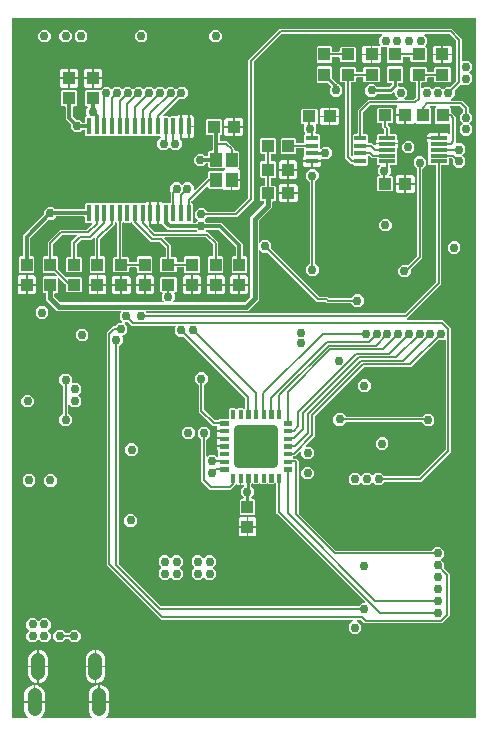
<source format=gbr>
G04 EAGLE Gerber RS-274X export*
G75*
%MOMM*%
%FSLAX34Y34*%
%LPD*%
%INBottom Copper*%
%IPPOS*%
%AMOC8*
5,1,8,0,0,1.08239X$1,22.5*%
G01*
G04 Define Apertures*
%ADD10R,1.000000X1.100000*%
%ADD11R,1.100000X1.000000*%
%ADD12R,1.000000X0.450000*%
%ADD13C,0.070000*%
%ADD14C,0.740000*%
%ADD15R,0.348000X1.397000*%
%ADD16C,1.158000*%
%ADD17C,1.208000*%
%ADD18C,1.050000*%
%ADD19R,1.000000X1.200000*%
%ADD20R,1.422400X0.304800*%
%ADD21C,0.756400*%
%ADD22C,0.304800*%
%ADD23C,0.152400*%
%ADD24C,0.254000*%
%ADD25C,0.406400*%
G36*
X16732Y3362D02*
X16982Y3534D01*
X17145Y3789D01*
X17196Y4088D01*
X17126Y4383D01*
X16973Y4603D01*
X15476Y6100D01*
X14170Y9253D01*
X14170Y16238D01*
X31330Y16238D01*
X31330Y9253D01*
X30024Y6100D01*
X28527Y4603D01*
X28359Y4350D01*
X28304Y4052D01*
X28369Y3756D01*
X28544Y3508D01*
X28802Y3349D01*
X29066Y3302D01*
X70934Y3302D01*
X71232Y3362D01*
X71482Y3534D01*
X71645Y3789D01*
X71696Y4088D01*
X71626Y4383D01*
X71473Y4603D01*
X69976Y6100D01*
X68670Y9253D01*
X68670Y16238D01*
X85830Y16238D01*
X85830Y9253D01*
X84524Y6100D01*
X83027Y4603D01*
X82859Y4350D01*
X82804Y4052D01*
X82869Y3756D01*
X83044Y3508D01*
X83302Y3349D01*
X83566Y3302D01*
X395936Y3302D01*
X396233Y3362D01*
X396483Y3534D01*
X396647Y3789D01*
X396698Y4064D01*
X396698Y595936D01*
X396638Y596233D01*
X396466Y596483D01*
X396211Y596647D01*
X395936Y596698D01*
X4064Y596698D01*
X3767Y596638D01*
X3517Y596466D01*
X3353Y596211D01*
X3302Y595936D01*
X3302Y4064D01*
X3362Y3767D01*
X3534Y3517D01*
X3789Y3353D01*
X4064Y3302D01*
X16434Y3302D01*
X16732Y3362D01*
G37*
%LPC*%
G36*
X291802Y74694D02*
X288694Y77802D01*
X288694Y82198D01*
X291909Y85413D01*
X292077Y85666D01*
X292132Y85964D01*
X292067Y86260D01*
X291892Y86508D01*
X291634Y86667D01*
X291371Y86714D01*
X130053Y86714D01*
X83714Y133053D01*
X83714Y329947D01*
X89053Y335286D01*
X90467Y335286D01*
X90764Y335346D01*
X91005Y335509D01*
X93802Y338306D01*
X96351Y338306D01*
X96648Y338366D01*
X96898Y338538D01*
X97061Y338793D01*
X97112Y339092D01*
X97042Y339387D01*
X96889Y339607D01*
X94694Y341802D01*
X94694Y346198D01*
X95639Y347143D01*
X95807Y347396D01*
X95862Y347694D01*
X95797Y347990D01*
X95622Y348238D01*
X95364Y348397D01*
X95101Y348444D01*
X41527Y348444D01*
X32444Y357527D01*
X32444Y362714D01*
X32384Y363011D01*
X32212Y363261D01*
X31957Y363425D01*
X31682Y363476D01*
X30369Y363476D01*
X29476Y364369D01*
X29476Y376631D01*
X30369Y377524D01*
X40903Y377524D01*
X41201Y377584D01*
X41451Y377756D01*
X41614Y378011D01*
X41665Y378310D01*
X41595Y378605D01*
X41442Y378825D01*
X40014Y380253D01*
X39761Y380420D01*
X39475Y380476D01*
X30369Y380476D01*
X29476Y381369D01*
X29476Y393631D01*
X30369Y394524D01*
X32952Y394524D01*
X33249Y394584D01*
X33499Y394756D01*
X33663Y395011D01*
X33714Y395286D01*
X33714Y406947D01*
X44053Y417286D01*
X66737Y417286D01*
X67035Y417346D01*
X67276Y417509D01*
X71397Y421630D01*
X71565Y421883D01*
X71620Y422181D01*
X71555Y422477D01*
X71380Y422725D01*
X71122Y422884D01*
X70858Y422931D01*
X66379Y422931D01*
X65486Y423824D01*
X65486Y427630D01*
X65426Y427927D01*
X65254Y428177D01*
X64999Y428341D01*
X64724Y428392D01*
X41211Y428392D01*
X40914Y428332D01*
X40673Y428169D01*
X38198Y425694D01*
X35320Y425694D01*
X35023Y425634D01*
X34781Y425471D01*
X19271Y409961D01*
X19104Y409708D01*
X19048Y409422D01*
X19048Y395286D01*
X19108Y394989D01*
X19280Y394739D01*
X19535Y394575D01*
X19810Y394524D01*
X21631Y394524D01*
X22524Y393631D01*
X22524Y381369D01*
X21631Y380476D01*
X10369Y380476D01*
X9476Y381369D01*
X9476Y393631D01*
X10369Y394524D01*
X12190Y394524D01*
X12487Y394584D01*
X12737Y394756D01*
X12901Y395011D01*
X12952Y395286D01*
X12952Y412263D01*
X30471Y429781D01*
X30638Y430034D01*
X30694Y430320D01*
X30694Y433198D01*
X33802Y436306D01*
X38198Y436306D01*
X39793Y434711D01*
X40045Y434544D01*
X40331Y434488D01*
X64724Y434488D01*
X65021Y434548D01*
X65271Y434720D01*
X65435Y434975D01*
X65486Y435250D01*
X65486Y439056D01*
X66379Y439949D01*
X71121Y439949D01*
X71461Y439609D01*
X71714Y439442D01*
X72012Y439386D01*
X72308Y439451D01*
X72539Y439609D01*
X72879Y439949D01*
X77621Y439949D01*
X77961Y439609D01*
X78214Y439442D01*
X78512Y439386D01*
X78808Y439451D01*
X79039Y439609D01*
X79379Y439949D01*
X84121Y439949D01*
X84461Y439609D01*
X84714Y439442D01*
X85012Y439386D01*
X85308Y439451D01*
X85539Y439609D01*
X85879Y439949D01*
X90621Y439949D01*
X90961Y439609D01*
X91214Y439442D01*
X91512Y439386D01*
X91808Y439451D01*
X92039Y439609D01*
X92379Y439949D01*
X97121Y439949D01*
X97461Y439609D01*
X97714Y439442D01*
X98012Y439386D01*
X98308Y439451D01*
X98539Y439609D01*
X98879Y439949D01*
X103621Y439949D01*
X103961Y439609D01*
X104214Y439442D01*
X104512Y439386D01*
X104808Y439451D01*
X105039Y439609D01*
X105379Y439949D01*
X110121Y439949D01*
X110461Y439609D01*
X110714Y439442D01*
X111012Y439386D01*
X111308Y439451D01*
X111539Y439609D01*
X111879Y439949D01*
X116626Y439949D01*
X116924Y440009D01*
X117165Y440172D01*
X117958Y440965D01*
X119988Y440965D01*
X119988Y421881D01*
X119860Y421855D01*
X119610Y421683D01*
X119447Y421428D01*
X119396Y421129D01*
X119466Y420834D01*
X119619Y420614D01*
X124724Y415509D01*
X124977Y415342D01*
X125263Y415286D01*
X159371Y415286D01*
X159668Y415346D01*
X159918Y415518D01*
X160081Y415773D01*
X160132Y416072D01*
X160062Y416367D01*
X159909Y416587D01*
X159767Y416729D01*
X159515Y416896D01*
X159229Y416952D01*
X135737Y416952D01*
X130947Y421742D01*
X130694Y421910D01*
X130396Y421965D01*
X130166Y421915D01*
X128012Y421915D01*
X128012Y440965D01*
X130042Y440965D01*
X130835Y440172D01*
X131088Y440005D01*
X131374Y439949D01*
X136121Y439949D01*
X136461Y439609D01*
X136714Y439442D01*
X137012Y439386D01*
X137308Y439451D01*
X137539Y439609D01*
X137741Y439811D01*
X137908Y440064D01*
X137964Y440350D01*
X137964Y449129D01*
X137904Y449426D01*
X137741Y449667D01*
X137606Y449802D01*
X137606Y454198D01*
X140714Y457306D01*
X145110Y457306D01*
X146917Y455499D01*
X147170Y455331D01*
X147468Y455276D01*
X147764Y455341D01*
X147995Y455499D01*
X149802Y457306D01*
X154198Y457306D01*
X157306Y454198D01*
X157306Y451379D01*
X157366Y451081D01*
X157538Y450831D01*
X157793Y450668D01*
X158092Y450617D01*
X158387Y450687D01*
X158607Y450840D01*
X169753Y461986D01*
X169920Y462239D01*
X169976Y462525D01*
X169976Y466131D01*
X170869Y467024D01*
X182116Y467024D01*
X182414Y467084D01*
X182655Y467247D01*
X183588Y468180D01*
X183755Y468432D01*
X183811Y468731D01*
X183746Y469027D01*
X183588Y469257D01*
X183539Y469306D01*
X183286Y469473D01*
X182988Y469529D01*
X182692Y469464D01*
X182461Y469306D01*
X182131Y468976D01*
X170869Y468976D01*
X169976Y469869D01*
X169976Y472690D01*
X169916Y472987D01*
X169744Y473237D01*
X169489Y473401D01*
X169214Y473452D01*
X168271Y473452D01*
X167974Y473392D01*
X167733Y473229D01*
X165198Y470694D01*
X160802Y470694D01*
X157694Y473802D01*
X157694Y478198D01*
X160802Y481306D01*
X165198Y481306D01*
X166733Y479771D01*
X166985Y479604D01*
X167271Y479548D01*
X169214Y479548D01*
X169511Y479608D01*
X169761Y479780D01*
X169925Y480035D01*
X169976Y480310D01*
X169976Y483131D01*
X170869Y484024D01*
X172690Y484024D01*
X172987Y484084D01*
X173237Y484256D01*
X173401Y484511D01*
X173452Y484786D01*
X173452Y496714D01*
X173392Y497011D01*
X173220Y497261D01*
X172965Y497425D01*
X172690Y497476D01*
X168369Y497476D01*
X167476Y498369D01*
X167476Y509631D01*
X168369Y510524D01*
X180631Y510524D01*
X181524Y509631D01*
X181524Y498369D01*
X180631Y497476D01*
X180310Y497476D01*
X180013Y497416D01*
X179763Y497244D01*
X179599Y496989D01*
X179548Y496714D01*
X179548Y493048D01*
X179608Y492751D01*
X179780Y492501D01*
X180035Y492337D01*
X180310Y492286D01*
X185947Y492286D01*
X191786Y486447D01*
X191786Y484786D01*
X191846Y484489D01*
X192018Y484239D01*
X192273Y484075D01*
X192548Y484024D01*
X195131Y484024D01*
X196024Y483131D01*
X196024Y469869D01*
X195413Y469257D01*
X195245Y469004D01*
X195189Y468706D01*
X195255Y468410D01*
X195413Y468180D01*
X197040Y466552D01*
X197040Y460262D01*
X188738Y460262D01*
X188738Y450960D01*
X183448Y450960D01*
X182655Y451753D01*
X182402Y451920D01*
X182116Y451976D01*
X170869Y451976D01*
X169976Y452869D01*
X169976Y453903D01*
X169916Y454201D01*
X169744Y454451D01*
X169489Y454614D01*
X169190Y454665D01*
X168895Y454595D01*
X168675Y454442D01*
X155759Y441526D01*
X155592Y441273D01*
X155536Y440987D01*
X155536Y440350D01*
X155596Y440053D01*
X155759Y439811D01*
X156514Y439056D01*
X156514Y423810D01*
X156574Y423513D01*
X156746Y423263D01*
X157001Y423099D01*
X157276Y423048D01*
X159229Y423048D01*
X159526Y423108D01*
X159767Y423271D01*
X160957Y424461D01*
X161125Y424714D01*
X161180Y425012D01*
X161115Y425308D01*
X160957Y425539D01*
X158694Y427802D01*
X158694Y432198D01*
X161802Y435306D01*
X166198Y435306D01*
X168995Y432509D01*
X169247Y432342D01*
X169533Y432286D01*
X191737Y432286D01*
X192035Y432346D01*
X192276Y432509D01*
X203491Y443724D01*
X203658Y443977D01*
X203714Y444263D01*
X203714Y560947D01*
X230053Y587286D01*
X375947Y587286D01*
X384286Y578947D01*
X384286Y560561D01*
X384346Y560264D01*
X384518Y560014D01*
X384773Y559851D01*
X385072Y559800D01*
X385367Y559870D01*
X385587Y560023D01*
X385870Y560306D01*
X390266Y560306D01*
X393374Y557198D01*
X393374Y552802D01*
X391111Y550539D01*
X390943Y550286D01*
X390888Y549988D01*
X390953Y549692D01*
X391111Y549461D01*
X393374Y547198D01*
X393374Y542802D01*
X390266Y539694D01*
X385870Y539694D01*
X384937Y540627D01*
X384685Y540794D01*
X384386Y540850D01*
X384090Y540785D01*
X383860Y540627D01*
X378529Y535296D01*
X378362Y535043D01*
X378306Y534757D01*
X378306Y530802D01*
X375091Y527587D01*
X374923Y527334D01*
X374868Y527036D01*
X374933Y526740D01*
X375108Y526492D01*
X375366Y526333D01*
X375629Y526286D01*
X384947Y526286D01*
X390286Y520947D01*
X390286Y517533D01*
X390346Y517236D01*
X390509Y516995D01*
X393306Y514198D01*
X393306Y509802D01*
X391043Y507539D01*
X390875Y507286D01*
X390820Y506988D01*
X390885Y506692D01*
X391043Y506461D01*
X393306Y504198D01*
X393306Y499802D01*
X390198Y496694D01*
X385802Y496694D01*
X382694Y499802D01*
X382694Y504198D01*
X384957Y506461D01*
X385125Y506714D01*
X385180Y507012D01*
X385115Y507308D01*
X384957Y507539D01*
X382694Y509802D01*
X382694Y514198D01*
X385491Y516995D01*
X385658Y517247D01*
X385714Y517533D01*
X385714Y518737D01*
X385654Y519035D01*
X385491Y519276D01*
X383276Y521491D01*
X383023Y521658D01*
X382737Y521714D01*
X375281Y521714D01*
X374984Y521654D01*
X374734Y521482D01*
X374570Y521227D01*
X374519Y520928D01*
X374589Y520633D01*
X374742Y520413D01*
X375024Y520131D01*
X375024Y517048D01*
X375084Y516751D01*
X375256Y516501D01*
X375511Y516337D01*
X375786Y516286D01*
X375947Y516286D01*
X379286Y512947D01*
X379286Y491068D01*
X379346Y490771D01*
X379518Y490521D01*
X379773Y490357D01*
X380048Y490306D01*
X384198Y490306D01*
X387306Y487198D01*
X387306Y482802D01*
X385077Y480573D01*
X384909Y480320D01*
X384854Y480022D01*
X384919Y479726D01*
X385077Y479495D01*
X387374Y477198D01*
X387374Y472802D01*
X384266Y469694D01*
X379870Y469694D01*
X376762Y472802D01*
X376762Y476689D01*
X376702Y476987D01*
X376539Y477228D01*
X376356Y477411D01*
X376103Y477578D01*
X375817Y477634D01*
X374242Y477634D01*
X373945Y477574D01*
X373695Y477402D01*
X373531Y477147D01*
X373480Y476872D01*
X373480Y472939D01*
X372587Y472046D01*
X367892Y472046D01*
X367595Y471986D01*
X367345Y471814D01*
X367181Y471559D01*
X367130Y471284D01*
X367130Y370897D01*
X337820Y341587D01*
X337652Y341334D01*
X337597Y341036D01*
X337662Y340740D01*
X337837Y340492D01*
X338095Y340333D01*
X338359Y340286D01*
X368947Y340286D01*
X375286Y333947D01*
X375286Y229053D01*
X349947Y203714D01*
X319533Y203714D01*
X319236Y203654D01*
X318995Y203491D01*
X316198Y200694D01*
X311802Y200694D01*
X309539Y202957D01*
X309286Y203125D01*
X308988Y203180D01*
X308692Y203115D01*
X308461Y202957D01*
X306198Y200694D01*
X301802Y200694D01*
X299539Y202957D01*
X299286Y203125D01*
X298988Y203180D01*
X298692Y203115D01*
X298461Y202957D01*
X296198Y200694D01*
X291802Y200694D01*
X288694Y203802D01*
X288694Y208198D01*
X291802Y211306D01*
X296198Y211306D01*
X298461Y209043D01*
X298714Y208875D01*
X299012Y208820D01*
X299308Y208885D01*
X299539Y209043D01*
X301802Y211306D01*
X306198Y211306D01*
X308461Y209043D01*
X308714Y208875D01*
X309012Y208820D01*
X309308Y208885D01*
X309539Y209043D01*
X311802Y211306D01*
X316198Y211306D01*
X318995Y208509D01*
X319247Y208342D01*
X319533Y208286D01*
X347737Y208286D01*
X348035Y208346D01*
X348276Y208509D01*
X370491Y230724D01*
X370658Y230977D01*
X370714Y231263D01*
X370714Y323439D01*
X370654Y323736D01*
X370482Y323986D01*
X370227Y324149D01*
X369928Y324200D01*
X369633Y324130D01*
X369413Y323977D01*
X369130Y323694D01*
X365175Y323694D01*
X364877Y323634D01*
X364636Y323471D01*
X341879Y300714D01*
X302263Y300714D01*
X301965Y300654D01*
X301724Y300491D01*
X260509Y259276D01*
X260342Y259023D01*
X260286Y258737D01*
X260286Y242053D01*
X252840Y234607D01*
X252672Y234354D01*
X252617Y234056D01*
X252682Y233760D01*
X252857Y233512D01*
X253115Y233353D01*
X253379Y233306D01*
X256198Y233306D01*
X259306Y230198D01*
X259306Y225802D01*
X256198Y222694D01*
X251802Y222694D01*
X248694Y225802D01*
X248694Y228621D01*
X248634Y228919D01*
X248462Y229169D01*
X248207Y229332D01*
X247908Y229383D01*
X247613Y229313D01*
X247393Y229160D01*
X243447Y225214D01*
X242230Y225214D01*
X241933Y225154D01*
X241691Y224991D01*
X241489Y224789D01*
X241322Y224536D01*
X241266Y224238D01*
X241331Y223942D01*
X241489Y223711D01*
X241691Y223509D01*
X241944Y223342D01*
X242230Y223286D01*
X243947Y223286D01*
X246218Y221015D01*
X246218Y177331D01*
X246278Y177033D01*
X246441Y176792D01*
X277724Y145509D01*
X277977Y145342D01*
X278263Y145286D01*
X358467Y145286D01*
X358764Y145346D01*
X359005Y145509D01*
X361802Y148306D01*
X366198Y148306D01*
X369306Y145198D01*
X369306Y140802D01*
X367043Y138539D01*
X366875Y138286D01*
X366820Y137988D01*
X366885Y137692D01*
X367043Y137461D01*
X369306Y135198D01*
X369306Y131243D01*
X369366Y130945D01*
X369529Y130704D01*
X374286Y125947D01*
X374286Y90053D01*
X367947Y83714D01*
X302053Y83714D01*
X299276Y86491D01*
X299023Y86658D01*
X298737Y86714D01*
X296629Y86714D01*
X296332Y86654D01*
X296082Y86482D01*
X295919Y86227D01*
X295868Y85928D01*
X295938Y85633D01*
X296091Y85413D01*
X299306Y82198D01*
X299306Y77802D01*
X296198Y74694D01*
X291802Y74694D01*
G37*
G36*
X28802Y575694D02*
X25694Y578802D01*
X25694Y583198D01*
X28802Y586306D01*
X33198Y586306D01*
X36306Y583198D01*
X36306Y578802D01*
X33198Y575694D01*
X28802Y575694D01*
G37*
G36*
X173802Y575694D02*
X170694Y578802D01*
X170694Y583198D01*
X173802Y586306D01*
X178198Y586306D01*
X181306Y583198D01*
X181306Y578802D01*
X178198Y575694D01*
X173802Y575694D01*
G37*
G36*
X110802Y575694D02*
X107694Y578802D01*
X107694Y583198D01*
X110802Y586306D01*
X115198Y586306D01*
X118306Y583198D01*
X118306Y578802D01*
X115198Y575694D01*
X110802Y575694D01*
G37*
G36*
X59802Y575694D02*
X56694Y578802D01*
X56694Y583198D01*
X59802Y586306D01*
X64198Y586306D01*
X67306Y583198D01*
X67306Y578802D01*
X64198Y575694D01*
X59802Y575694D01*
G37*
G36*
X46802Y575694D02*
X43694Y578802D01*
X43694Y583198D01*
X46802Y586306D01*
X51198Y586306D01*
X54306Y583198D01*
X54306Y578802D01*
X51198Y575694D01*
X46802Y575694D01*
G37*
G36*
X64460Y546262D02*
X64460Y552052D01*
X65948Y553540D01*
X71238Y553540D01*
X71238Y546262D01*
X64460Y546262D01*
G37*
G36*
X52762Y546262D02*
X52762Y553540D01*
X58052Y553540D01*
X59540Y552052D01*
X59540Y546262D01*
X52762Y546262D01*
G37*
G36*
X44460Y546262D02*
X44460Y552052D01*
X45948Y553540D01*
X51238Y553540D01*
X51238Y546262D01*
X44460Y546262D01*
G37*
G36*
X72762Y546262D02*
X72762Y553540D01*
X78052Y553540D01*
X79540Y552052D01*
X79540Y546262D01*
X72762Y546262D01*
G37*
G36*
X72762Y537460D02*
X72762Y544738D01*
X79540Y544738D01*
X79540Y538948D01*
X78052Y537460D01*
X72762Y537460D01*
G37*
G36*
X45948Y537460D02*
X44460Y538948D01*
X44460Y544738D01*
X51238Y544738D01*
X51238Y537460D01*
X45948Y537460D01*
G37*
G36*
X52762Y537460D02*
X52762Y544738D01*
X59540Y544738D01*
X59540Y538948D01*
X58052Y537460D01*
X52762Y537460D01*
G37*
G36*
X65948Y537460D02*
X64460Y538948D01*
X64460Y544738D01*
X71238Y544738D01*
X71238Y537460D01*
X65948Y537460D01*
G37*
G36*
X129802Y484694D02*
X126694Y487802D01*
X126694Y492198D01*
X129246Y494750D01*
X129414Y495003D01*
X129469Y495301D01*
X129404Y495597D01*
X129229Y495845D01*
X128971Y496004D01*
X128708Y496051D01*
X124879Y496051D01*
X124539Y496391D01*
X124286Y496558D01*
X123988Y496614D01*
X123692Y496549D01*
X123461Y496391D01*
X123121Y496051D01*
X118379Y496051D01*
X118039Y496391D01*
X117786Y496558D01*
X117488Y496614D01*
X117192Y496549D01*
X116961Y496391D01*
X116621Y496051D01*
X111879Y496051D01*
X111539Y496391D01*
X111286Y496558D01*
X110988Y496614D01*
X110692Y496549D01*
X110461Y496391D01*
X110121Y496051D01*
X105379Y496051D01*
X105039Y496391D01*
X104786Y496558D01*
X104488Y496614D01*
X104192Y496549D01*
X103961Y496391D01*
X103621Y496051D01*
X98879Y496051D01*
X98539Y496391D01*
X98286Y496558D01*
X97988Y496614D01*
X97692Y496549D01*
X97461Y496391D01*
X97121Y496051D01*
X92379Y496051D01*
X92039Y496391D01*
X91786Y496558D01*
X91488Y496614D01*
X91192Y496549D01*
X90961Y496391D01*
X90621Y496051D01*
X85879Y496051D01*
X85539Y496391D01*
X85286Y496558D01*
X84988Y496614D01*
X84692Y496549D01*
X84461Y496391D01*
X84121Y496051D01*
X79379Y496051D01*
X79039Y496391D01*
X78786Y496558D01*
X78488Y496614D01*
X78192Y496549D01*
X77961Y496391D01*
X77621Y496051D01*
X72879Y496051D01*
X72539Y496391D01*
X72286Y496558D01*
X71988Y496614D01*
X71692Y496549D01*
X71461Y496391D01*
X71121Y496051D01*
X66379Y496051D01*
X65486Y496944D01*
X65486Y500750D01*
X65426Y501047D01*
X65254Y501297D01*
X64999Y501461D01*
X64724Y501512D01*
X63331Y501512D01*
X63034Y501452D01*
X62793Y501289D01*
X61198Y499694D01*
X56802Y499694D01*
X53694Y502802D01*
X53694Y505680D01*
X53634Y505977D01*
X53471Y506219D01*
X48952Y510737D01*
X48952Y520714D01*
X48892Y521011D01*
X48720Y521261D01*
X48465Y521425D01*
X48190Y521476D01*
X46369Y521476D01*
X45476Y522369D01*
X45476Y534631D01*
X46369Y535524D01*
X57631Y535524D01*
X58524Y534631D01*
X58524Y522369D01*
X57631Y521476D01*
X55810Y521476D01*
X55513Y521416D01*
X55263Y521244D01*
X55099Y520989D01*
X55048Y520714D01*
X55048Y513578D01*
X55108Y513281D01*
X55271Y513039D01*
X57781Y510529D01*
X58034Y510362D01*
X58320Y510306D01*
X61198Y510306D01*
X63673Y507831D01*
X63925Y507664D01*
X64211Y507608D01*
X64724Y507608D01*
X65021Y507668D01*
X65271Y507840D01*
X65435Y508095D01*
X65486Y508370D01*
X65486Y512176D01*
X66379Y513069D01*
X66588Y513069D01*
X66885Y513129D01*
X67135Y513301D01*
X67298Y513556D01*
X67349Y513855D01*
X67279Y514150D01*
X67126Y514370D01*
X66694Y514802D01*
X66694Y519198D01*
X67671Y520175D01*
X67839Y520428D01*
X67894Y520726D01*
X67829Y521022D01*
X67654Y521270D01*
X67396Y521429D01*
X67133Y521476D01*
X66369Y521476D01*
X65476Y522369D01*
X65476Y534631D01*
X66369Y535524D01*
X77709Y535524D01*
X77732Y535509D01*
X78030Y535453D01*
X78326Y535518D01*
X78557Y535676D01*
X81186Y538306D01*
X85582Y538306D01*
X87389Y536499D01*
X87642Y536331D01*
X87940Y536276D01*
X88236Y536341D01*
X88467Y536499D01*
X90274Y538306D01*
X94670Y538306D01*
X96477Y536499D01*
X96730Y536331D01*
X97028Y536276D01*
X97324Y536341D01*
X97555Y536499D01*
X99362Y538306D01*
X103758Y538306D01*
X105565Y536499D01*
X105818Y536331D01*
X106116Y536276D01*
X106412Y536341D01*
X106643Y536499D01*
X108450Y538306D01*
X112846Y538306D01*
X114653Y536499D01*
X114906Y536331D01*
X115204Y536276D01*
X115500Y536341D01*
X115731Y536499D01*
X117538Y538306D01*
X121934Y538306D01*
X123741Y536499D01*
X123994Y536331D01*
X124292Y536276D01*
X124588Y536341D01*
X124819Y536499D01*
X126626Y538306D01*
X131022Y538306D01*
X132829Y536499D01*
X133082Y536331D01*
X133380Y536276D01*
X133676Y536341D01*
X133907Y536499D01*
X135714Y538306D01*
X140110Y538306D01*
X141917Y536499D01*
X142170Y536331D01*
X142468Y536276D01*
X142764Y536341D01*
X142995Y536499D01*
X144802Y538306D01*
X149198Y538306D01*
X152306Y535198D01*
X152306Y530802D01*
X149198Y527694D01*
X145243Y527694D01*
X144945Y527634D01*
X144704Y527471D01*
X131603Y514370D01*
X131435Y514117D01*
X131380Y513819D01*
X131445Y513523D01*
X131620Y513275D01*
X131878Y513116D01*
X132142Y513069D01*
X136121Y513069D01*
X136461Y512729D01*
X136714Y512562D01*
X137012Y512506D01*
X137308Y512571D01*
X137539Y512729D01*
X137879Y513069D01*
X142626Y513069D01*
X142924Y513129D01*
X143165Y513292D01*
X143958Y514085D01*
X145988Y514085D01*
X145988Y494959D01*
X145761Y494803D01*
X145598Y494548D01*
X145547Y494249D01*
X145617Y493954D01*
X145770Y493734D01*
X147306Y492198D01*
X147306Y487802D01*
X144198Y484694D01*
X139802Y484694D01*
X137539Y486957D01*
X137286Y487125D01*
X136988Y487180D01*
X136692Y487115D01*
X136461Y486957D01*
X134198Y484694D01*
X129802Y484694D01*
G37*
G36*
X147512Y495035D02*
X147512Y514085D01*
X149583Y514085D01*
X149714Y513998D01*
X150012Y513943D01*
X150308Y514008D01*
X150421Y514085D01*
X152488Y514085D01*
X152488Y495035D01*
X150417Y495035D01*
X150286Y495122D01*
X149988Y495177D01*
X149692Y495112D01*
X149579Y495035D01*
X147512Y495035D01*
G37*
G36*
X154012Y505322D02*
X154012Y514085D01*
X156042Y514085D01*
X157530Y512597D01*
X157530Y505322D01*
X154012Y505322D01*
G37*
G36*
X183460Y504762D02*
X183460Y510052D01*
X184948Y511540D01*
X190738Y511540D01*
X190738Y504762D01*
X183460Y504762D01*
G37*
G36*
X192262Y504762D02*
X192262Y511540D01*
X198052Y511540D01*
X199540Y510052D01*
X199540Y504762D01*
X192262Y504762D01*
G37*
G36*
X154012Y495035D02*
X154012Y503798D01*
X157530Y503798D01*
X157530Y496523D01*
X156042Y495035D01*
X154012Y495035D01*
G37*
G36*
X192262Y496460D02*
X192262Y503238D01*
X199540Y503238D01*
X199540Y497948D01*
X198052Y496460D01*
X192262Y496460D01*
G37*
G36*
X184948Y496460D02*
X183460Y497948D01*
X183460Y503238D01*
X190738Y503238D01*
X190738Y496460D01*
X184948Y496460D01*
G37*
G36*
X190262Y450960D02*
X190262Y458738D01*
X197040Y458738D01*
X197040Y452448D01*
X195552Y450960D01*
X190262Y450960D01*
G37*
G36*
X121512Y421915D02*
X121512Y440965D01*
X123583Y440965D01*
X123714Y440878D01*
X124012Y440823D01*
X124308Y440888D01*
X124421Y440965D01*
X126488Y440965D01*
X126488Y421915D01*
X124417Y421915D01*
X124286Y422002D01*
X123988Y422057D01*
X123692Y421992D01*
X123579Y421915D01*
X121512Y421915D01*
G37*
G36*
X375802Y396694D02*
X372694Y399802D01*
X372694Y404198D01*
X375802Y407306D01*
X380198Y407306D01*
X383306Y404198D01*
X383306Y399802D01*
X380198Y396694D01*
X375802Y396694D01*
G37*
G36*
X16762Y371262D02*
X16762Y378540D01*
X22052Y378540D01*
X23540Y377052D01*
X23540Y371262D01*
X16762Y371262D01*
G37*
G36*
X8460Y371262D02*
X8460Y377052D01*
X9948Y378540D01*
X15238Y378540D01*
X15238Y371262D01*
X8460Y371262D01*
G37*
G36*
X16762Y362460D02*
X16762Y369738D01*
X23540Y369738D01*
X23540Y363948D01*
X22052Y362460D01*
X16762Y362460D01*
G37*
G36*
X9948Y362460D02*
X8460Y363948D01*
X8460Y369738D01*
X15238Y369738D01*
X15238Y362460D01*
X9948Y362460D01*
G37*
G36*
X26870Y341694D02*
X23762Y344802D01*
X23762Y349198D01*
X26870Y352306D01*
X31266Y352306D01*
X34374Y349198D01*
X34374Y344802D01*
X31266Y341694D01*
X26870Y341694D01*
G37*
G36*
X60802Y322694D02*
X57694Y325802D01*
X57694Y330198D01*
X60802Y333306D01*
X65198Y333306D01*
X68306Y330198D01*
X68306Y325802D01*
X65198Y322694D01*
X60802Y322694D01*
G37*
G36*
X46802Y250694D02*
X43694Y253802D01*
X43694Y258198D01*
X46491Y260995D01*
X46658Y261247D01*
X46714Y261533D01*
X46714Y284467D01*
X46654Y284764D01*
X46491Y285005D01*
X43694Y287802D01*
X43694Y292198D01*
X46802Y295306D01*
X51198Y295306D01*
X54306Y292198D01*
X54306Y288068D01*
X54366Y287771D01*
X54538Y287521D01*
X54793Y287357D01*
X55068Y287306D01*
X59198Y287306D01*
X62306Y284198D01*
X62306Y279802D01*
X60043Y277539D01*
X59875Y277286D01*
X59820Y276988D01*
X59885Y276692D01*
X60043Y276461D01*
X62306Y274198D01*
X62306Y269802D01*
X59198Y266694D01*
X54802Y266694D01*
X52587Y268909D01*
X52334Y269077D01*
X52036Y269132D01*
X51740Y269067D01*
X51492Y268892D01*
X51333Y268634D01*
X51286Y268371D01*
X51286Y261533D01*
X51346Y261236D01*
X51509Y260995D01*
X54306Y258198D01*
X54306Y253802D01*
X51198Y250694D01*
X46802Y250694D01*
G37*
G36*
X299802Y279694D02*
X296694Y282802D01*
X296694Y287198D01*
X299802Y290306D01*
X304198Y290306D01*
X307306Y287198D01*
X307306Y282802D01*
X304198Y279694D01*
X299802Y279694D01*
G37*
G36*
X14734Y266694D02*
X11626Y269802D01*
X11626Y274198D01*
X14734Y277306D01*
X19130Y277306D01*
X22238Y274198D01*
X22238Y269802D01*
X19130Y266694D01*
X14734Y266694D01*
G37*
G36*
X353802Y250694D02*
X350505Y253991D01*
X350253Y254158D01*
X349967Y254214D01*
X286533Y254214D01*
X286236Y254154D01*
X285995Y253991D01*
X283198Y251194D01*
X278802Y251194D01*
X275694Y254302D01*
X275694Y258698D01*
X278802Y261806D01*
X283198Y261806D01*
X285995Y259009D01*
X286247Y258842D01*
X286533Y258786D01*
X350967Y258786D01*
X351264Y258846D01*
X351505Y259009D01*
X353802Y261306D01*
X358198Y261306D01*
X361306Y258198D01*
X361306Y253802D01*
X358198Y250694D01*
X353802Y250694D01*
G37*
G36*
X314802Y230694D02*
X311694Y233802D01*
X311694Y238198D01*
X314802Y241306D01*
X319198Y241306D01*
X322306Y238198D01*
X322306Y233802D01*
X319198Y230694D01*
X314802Y230694D01*
G37*
G36*
X251802Y205694D02*
X248694Y208802D01*
X248694Y213198D01*
X251802Y216306D01*
X256198Y216306D01*
X259306Y213198D01*
X259306Y208802D01*
X256198Y205694D01*
X251802Y205694D01*
G37*
G36*
X33802Y199694D02*
X30694Y202802D01*
X30694Y207198D01*
X33802Y210306D01*
X38198Y210306D01*
X41306Y207198D01*
X41306Y202802D01*
X38198Y199694D01*
X33802Y199694D01*
G37*
G36*
X15802Y199694D02*
X12694Y202802D01*
X12694Y207198D01*
X15802Y210306D01*
X20198Y210306D01*
X23306Y207198D01*
X23306Y202802D01*
X20198Y199694D01*
X15802Y199694D01*
G37*
G36*
X18802Y67694D02*
X15694Y70802D01*
X15694Y75198D01*
X17957Y77461D01*
X18125Y77714D01*
X18180Y78012D01*
X18115Y78308D01*
X17957Y78539D01*
X15694Y80802D01*
X15694Y85198D01*
X18802Y88306D01*
X23198Y88306D01*
X25461Y86043D01*
X25714Y85875D01*
X26012Y85820D01*
X26308Y85885D01*
X26539Y86043D01*
X28802Y88306D01*
X33198Y88306D01*
X36306Y85198D01*
X36306Y80802D01*
X34043Y78539D01*
X33875Y78286D01*
X33820Y77988D01*
X33885Y77692D01*
X34043Y77461D01*
X36306Y75198D01*
X36306Y70802D01*
X33198Y67694D01*
X28802Y67694D01*
X26539Y69957D01*
X26286Y70125D01*
X25988Y70180D01*
X25692Y70115D01*
X25461Y69957D01*
X23198Y67694D01*
X18802Y67694D01*
G37*
G36*
X41802Y67694D02*
X38694Y70802D01*
X38694Y75198D01*
X41802Y78306D01*
X46198Y78306D01*
X48995Y75509D01*
X49247Y75342D01*
X49533Y75286D01*
X50935Y75286D01*
X51232Y75346D01*
X51473Y75509D01*
X54270Y78306D01*
X58666Y78306D01*
X61774Y75198D01*
X61774Y70802D01*
X58666Y67694D01*
X54270Y67694D01*
X51473Y70491D01*
X51221Y70658D01*
X50935Y70714D01*
X49533Y70714D01*
X49236Y70654D01*
X48995Y70491D01*
X46198Y67694D01*
X41802Y67694D01*
G37*
G36*
X26512Y48062D02*
X26512Y61420D01*
X27407Y61420D01*
X30469Y60152D01*
X32812Y57809D01*
X34080Y54747D01*
X34080Y48062D01*
X26512Y48062D01*
G37*
G36*
X75012Y48062D02*
X75012Y61420D01*
X75907Y61420D01*
X78969Y60152D01*
X81312Y57809D01*
X82580Y54747D01*
X82580Y48062D01*
X75012Y48062D01*
G37*
G36*
X17420Y48062D02*
X17420Y54747D01*
X18688Y57809D01*
X21031Y60152D01*
X24093Y61420D01*
X24988Y61420D01*
X24988Y48062D01*
X17420Y48062D01*
G37*
G36*
X65920Y48062D02*
X65920Y54747D01*
X67188Y57809D01*
X69531Y60152D01*
X72593Y61420D01*
X73488Y61420D01*
X73488Y48062D01*
X65920Y48062D01*
G37*
G36*
X24093Y33180D02*
X21031Y34448D01*
X18688Y36791D01*
X17420Y39853D01*
X17420Y46538D01*
X24988Y46538D01*
X24988Y33180D01*
X24093Y33180D01*
G37*
G36*
X26512Y33180D02*
X26512Y46538D01*
X34080Y46538D01*
X34080Y39853D01*
X32812Y36791D01*
X30469Y34448D01*
X27407Y33180D01*
X26512Y33180D01*
G37*
G36*
X75012Y33180D02*
X75012Y46538D01*
X82580Y46538D01*
X82580Y39853D01*
X81312Y36791D01*
X78969Y34448D01*
X75907Y33180D01*
X75012Y33180D01*
G37*
G36*
X72593Y33180D02*
X69531Y34448D01*
X67188Y36791D01*
X65920Y39853D01*
X65920Y46538D01*
X73488Y46538D01*
X73488Y33180D01*
X72593Y33180D01*
G37*
G36*
X78012Y17762D02*
X78012Y31620D01*
X78957Y31620D01*
X82110Y30314D01*
X84524Y27900D01*
X85830Y24747D01*
X85830Y17762D01*
X78012Y17762D01*
G37*
G36*
X68670Y17762D02*
X68670Y24747D01*
X69976Y27900D01*
X72390Y30314D01*
X75543Y31620D01*
X76488Y31620D01*
X76488Y17762D01*
X68670Y17762D01*
G37*
G36*
X14170Y17762D02*
X14170Y24747D01*
X15476Y27900D01*
X17890Y30314D01*
X21043Y31620D01*
X21988Y31620D01*
X21988Y17762D01*
X14170Y17762D01*
G37*
G36*
X23512Y17762D02*
X23512Y31620D01*
X24457Y31620D01*
X27610Y30314D01*
X30024Y27900D01*
X31330Y24747D01*
X31330Y17762D01*
X23512Y17762D01*
G37*
%LPD*%
G36*
X336103Y346414D02*
X336344Y346577D01*
X362335Y372568D01*
X362502Y372821D01*
X362558Y373107D01*
X362558Y471284D01*
X362498Y471581D01*
X362326Y471831D01*
X362071Y471995D01*
X361796Y472046D01*
X357101Y472046D01*
X356208Y472939D01*
X356208Y482154D01*
X356221Y482174D01*
X356277Y482472D01*
X356212Y482768D01*
X356208Y482774D01*
X356208Y487234D01*
X356221Y487254D01*
X356277Y487552D01*
X356212Y487848D01*
X356208Y487854D01*
X356208Y490998D01*
X356148Y491296D01*
X355985Y491537D01*
X355192Y492330D01*
X355192Y494144D01*
X365606Y494144D01*
X365606Y498970D01*
X373008Y498970D01*
X373413Y498565D01*
X373666Y498397D01*
X373964Y498342D01*
X374260Y498407D01*
X374508Y498582D01*
X374667Y498840D01*
X374714Y499104D01*
X374714Y506214D01*
X374654Y506511D01*
X374482Y506761D01*
X374227Y506925D01*
X373952Y506976D01*
X362869Y506976D01*
X361976Y507869D01*
X361976Y520131D01*
X362258Y520413D01*
X362425Y520666D01*
X362481Y520964D01*
X362416Y521260D01*
X362240Y521508D01*
X361982Y521667D01*
X361719Y521714D01*
X358281Y521714D01*
X357984Y521654D01*
X357734Y521482D01*
X357570Y521227D01*
X357519Y520928D01*
X357589Y520633D01*
X357742Y520413D01*
X358024Y520131D01*
X358024Y507869D01*
X357131Y506976D01*
X345869Y506976D01*
X345257Y507588D01*
X345004Y507755D01*
X344706Y507811D01*
X344410Y507746D01*
X344180Y507588D01*
X343052Y506460D01*
X337262Y506460D01*
X337262Y514762D01*
X328460Y514762D01*
X328460Y520052D01*
X329821Y521413D01*
X329989Y521666D01*
X330044Y521964D01*
X329979Y522260D01*
X329804Y522508D01*
X329546Y522667D01*
X329282Y522714D01*
X307263Y522714D01*
X306965Y522654D01*
X306724Y522491D01*
X301009Y516776D01*
X300842Y516523D01*
X300786Y516237D01*
X300786Y499286D01*
X300846Y498989D01*
X301018Y498739D01*
X301273Y498575D01*
X301548Y498524D01*
X304131Y498524D01*
X305024Y497631D01*
X305024Y491772D01*
X304971Y491488D01*
X305036Y491192D01*
X305050Y491172D01*
X305084Y491001D01*
X305256Y490751D01*
X305511Y490587D01*
X305786Y490536D01*
X308697Y490536D01*
X310203Y489030D01*
X310456Y488862D01*
X310754Y488807D01*
X311050Y488872D01*
X311298Y489047D01*
X311457Y489305D01*
X311459Y489318D01*
X330808Y489318D01*
X330808Y487504D01*
X330015Y486711D01*
X329848Y486458D01*
X329792Y486172D01*
X329792Y482766D01*
X329779Y482746D01*
X329723Y482448D01*
X329788Y482152D01*
X329792Y482146D01*
X329792Y472939D01*
X328899Y472046D01*
X324204Y472046D01*
X323907Y471986D01*
X323657Y471814D01*
X323493Y471559D01*
X323442Y471284D01*
X323442Y470377D01*
X323502Y470080D01*
X323665Y469839D01*
X324306Y469198D01*
X324306Y464802D01*
X323329Y463825D01*
X323161Y463572D01*
X323106Y463274D01*
X323171Y462978D01*
X323346Y462730D01*
X323604Y462571D01*
X323867Y462524D01*
X325631Y462524D01*
X326524Y461631D01*
X326524Y450369D01*
X325631Y449476D01*
X313369Y449476D01*
X312476Y450369D01*
X312476Y461631D01*
X313369Y462524D01*
X314133Y462524D01*
X314430Y462584D01*
X314680Y462756D01*
X314843Y463011D01*
X314894Y463310D01*
X314824Y463605D01*
X314671Y463825D01*
X313694Y464802D01*
X313694Y469198D01*
X315241Y470745D01*
X315409Y470998D01*
X315464Y471296D01*
X315399Y471592D01*
X315224Y471840D01*
X314966Y471999D01*
X314703Y472046D01*
X313413Y472046D01*
X312520Y472939D01*
X312520Y476872D01*
X312460Y477169D01*
X312288Y477419D01*
X312033Y477583D01*
X311758Y477634D01*
X308133Y477634D01*
X306325Y479442D01*
X306072Y479610D01*
X305774Y479665D01*
X305478Y479600D01*
X305230Y479425D01*
X305071Y479167D01*
X305024Y478903D01*
X305024Y478772D01*
X304971Y478488D01*
X305024Y478247D01*
X305024Y472369D01*
X304131Y471476D01*
X292869Y471476D01*
X291934Y472411D01*
X291916Y472499D01*
X291744Y472749D01*
X291489Y472913D01*
X291214Y472964D01*
X290803Y472964D01*
X285714Y478053D01*
X285714Y541214D01*
X285654Y541511D01*
X285482Y541761D01*
X285227Y541925D01*
X284952Y541976D01*
X281869Y541976D01*
X280976Y542869D01*
X280976Y554131D01*
X281869Y555024D01*
X294131Y555024D01*
X295024Y554131D01*
X295024Y551548D01*
X295084Y551251D01*
X295256Y551001D01*
X295511Y550837D01*
X295786Y550786D01*
X300214Y550786D01*
X300511Y550846D01*
X300761Y551018D01*
X300925Y551273D01*
X300976Y551548D01*
X300976Y554131D01*
X301869Y555024D01*
X314131Y555024D01*
X315024Y554131D01*
X315024Y542869D01*
X314131Y541976D01*
X301869Y541976D01*
X300976Y542869D01*
X300976Y545452D01*
X300916Y545749D01*
X300744Y545999D01*
X300489Y546163D01*
X300214Y546214D01*
X295786Y546214D01*
X295489Y546154D01*
X295239Y545982D01*
X295075Y545727D01*
X295024Y545452D01*
X295024Y542869D01*
X294131Y541976D01*
X291048Y541976D01*
X290751Y541916D01*
X290501Y541744D01*
X290337Y541489D01*
X290286Y541214D01*
X290286Y480263D01*
X290346Y479965D01*
X290509Y479724D01*
X290675Y479558D01*
X290928Y479390D01*
X291226Y479335D01*
X291522Y479400D01*
X291770Y479575D01*
X291929Y479833D01*
X291976Y480097D01*
X291976Y484728D01*
X292029Y485012D01*
X291976Y485253D01*
X291976Y491228D01*
X292029Y491512D01*
X291976Y491753D01*
X291976Y497631D01*
X292869Y498524D01*
X295452Y498524D01*
X295749Y498584D01*
X295999Y498756D01*
X296163Y499011D01*
X296214Y499286D01*
X296214Y518447D01*
X305053Y527286D01*
X329371Y527286D01*
X329668Y527346D01*
X329918Y527518D01*
X330081Y527773D01*
X330132Y528072D01*
X330062Y528367D01*
X329909Y528587D01*
X327694Y530802D01*
X327694Y532903D01*
X327634Y533200D01*
X327462Y533450D01*
X327207Y533614D01*
X326908Y533665D01*
X326613Y533595D01*
X326393Y533442D01*
X325157Y532206D01*
X313025Y532206D01*
X312728Y532146D01*
X312487Y531983D01*
X310198Y529694D01*
X305802Y529694D01*
X302694Y532802D01*
X302694Y537198D01*
X305802Y540306D01*
X310198Y540306D01*
X312487Y538017D01*
X312739Y537850D01*
X313025Y537794D01*
X322527Y537794D01*
X322824Y537854D01*
X323066Y538017D01*
X324983Y539934D01*
X325150Y540187D01*
X325206Y540473D01*
X325206Y540714D01*
X325146Y541011D01*
X324974Y541261D01*
X324719Y541425D01*
X324444Y541476D01*
X322369Y541476D01*
X321476Y542369D01*
X321476Y554631D01*
X322369Y555524D01*
X333631Y555524D01*
X334524Y554631D01*
X334524Y542369D01*
X333631Y541476D01*
X331556Y541476D01*
X331259Y541416D01*
X331009Y541244D01*
X330845Y540989D01*
X330794Y540714D01*
X330794Y539068D01*
X330854Y538771D01*
X331026Y538521D01*
X331281Y538357D01*
X331556Y538306D01*
X335198Y538306D01*
X338306Y535198D01*
X338306Y530802D01*
X336091Y528587D01*
X335923Y528334D01*
X335868Y528036D01*
X335933Y527740D01*
X336108Y527492D01*
X336366Y527333D01*
X336629Y527286D01*
X343737Y527286D01*
X344035Y527346D01*
X344276Y527509D01*
X345491Y528724D01*
X345658Y528977D01*
X345714Y529263D01*
X345714Y541214D01*
X345654Y541511D01*
X345482Y541761D01*
X345227Y541925D01*
X344952Y541976D01*
X341869Y541976D01*
X340976Y542869D01*
X340976Y554131D01*
X341869Y555024D01*
X354131Y555024D01*
X355024Y554131D01*
X355024Y551548D01*
X355084Y551251D01*
X355256Y551001D01*
X355511Y550837D01*
X355786Y550786D01*
X360214Y550786D01*
X360511Y550846D01*
X360761Y551018D01*
X360925Y551273D01*
X360976Y551548D01*
X360976Y554131D01*
X361869Y555024D01*
X374131Y555024D01*
X375024Y554131D01*
X375024Y542869D01*
X374131Y541976D01*
X361869Y541976D01*
X360976Y542869D01*
X360976Y545452D01*
X360916Y545749D01*
X360744Y545999D01*
X360489Y546163D01*
X360214Y546214D01*
X355786Y546214D01*
X355489Y546154D01*
X355239Y545982D01*
X355075Y545727D01*
X355024Y545452D01*
X355024Y542869D01*
X354131Y541976D01*
X351048Y541976D01*
X350751Y541916D01*
X350501Y541744D01*
X350337Y541489D01*
X350286Y541214D01*
X350286Y537805D01*
X350346Y537508D01*
X350518Y537258D01*
X350773Y537095D01*
X351072Y537044D01*
X351367Y537114D01*
X351587Y537267D01*
X352626Y538306D01*
X357022Y538306D01*
X358829Y536499D01*
X359082Y536331D01*
X359380Y536276D01*
X359676Y536341D01*
X359907Y536499D01*
X361714Y538306D01*
X366110Y538306D01*
X367917Y536499D01*
X368170Y536331D01*
X368468Y536276D01*
X368764Y536341D01*
X368995Y536499D01*
X370802Y538306D01*
X374757Y538306D01*
X375055Y538366D01*
X375296Y538529D01*
X379491Y542724D01*
X379658Y542977D01*
X379714Y543263D01*
X379714Y576737D01*
X379654Y577035D01*
X379491Y577276D01*
X374276Y582491D01*
X374023Y582658D01*
X373737Y582714D01*
X353561Y582714D01*
X353264Y582654D01*
X353014Y582482D01*
X352851Y582227D01*
X352800Y581928D01*
X352870Y581633D01*
X353023Y581413D01*
X355238Y579198D01*
X355238Y574802D01*
X353761Y573325D01*
X353593Y573072D01*
X353538Y572774D01*
X353603Y572478D01*
X353778Y572230D01*
X354036Y572071D01*
X354095Y572060D01*
X355024Y571131D01*
X355024Y559869D01*
X354131Y558976D01*
X341869Y558976D01*
X340976Y559869D01*
X340976Y562452D01*
X340916Y562749D01*
X340744Y562999D01*
X340489Y563163D01*
X340214Y563214D01*
X335286Y563214D01*
X334989Y563154D01*
X334739Y562982D01*
X334575Y562727D01*
X334524Y562452D01*
X334524Y559369D01*
X333631Y558476D01*
X322369Y558476D01*
X321476Y559369D01*
X321476Y570932D01*
X321416Y571229D01*
X321244Y571479D01*
X320989Y571643D01*
X320714Y571694D01*
X317802Y571694D01*
X317341Y572155D01*
X317088Y572323D01*
X316790Y572378D01*
X316494Y572313D01*
X316246Y572138D01*
X316087Y571880D01*
X316040Y571617D01*
X316040Y566262D01*
X308762Y566262D01*
X308762Y573040D01*
X314617Y573040D01*
X314914Y573100D01*
X315164Y573272D01*
X315327Y573527D01*
X315378Y573826D01*
X315308Y574121D01*
X315155Y574341D01*
X314694Y574802D01*
X314694Y579198D01*
X316909Y581413D01*
X317077Y581666D01*
X317132Y581964D01*
X317067Y582260D01*
X316892Y582508D01*
X316634Y582667D01*
X316371Y582714D01*
X232263Y582714D01*
X231965Y582654D01*
X231724Y582491D01*
X208509Y559276D01*
X208342Y559023D01*
X208286Y558737D01*
X208286Y442053D01*
X193947Y427714D01*
X169533Y427714D01*
X169236Y427654D01*
X168995Y427491D01*
X167043Y425539D01*
X166875Y425286D01*
X166820Y424988D01*
X166885Y424692D01*
X167043Y424461D01*
X168233Y423271D01*
X168485Y423104D01*
X168771Y423048D01*
X181263Y423048D01*
X199048Y405263D01*
X199048Y395286D01*
X199108Y394989D01*
X199280Y394739D01*
X199535Y394575D01*
X199810Y394524D01*
X201631Y394524D01*
X202524Y393631D01*
X202524Y381369D01*
X201631Y380476D01*
X190369Y380476D01*
X189476Y381369D01*
X189476Y393631D01*
X190369Y394524D01*
X192190Y394524D01*
X192487Y394584D01*
X192737Y394756D01*
X192901Y395011D01*
X192952Y395286D01*
X192952Y402422D01*
X192892Y402719D01*
X192729Y402961D01*
X178961Y416729D01*
X178708Y416896D01*
X178422Y416952D01*
X168771Y416952D01*
X168474Y416892D01*
X168233Y416729D01*
X168091Y416587D01*
X167923Y416334D01*
X167868Y416036D01*
X167933Y415740D01*
X168108Y415492D01*
X168366Y415333D01*
X168629Y415286D01*
X169947Y415286D01*
X178286Y406947D01*
X178286Y395286D01*
X178346Y394989D01*
X178518Y394739D01*
X178773Y394575D01*
X179048Y394524D01*
X181631Y394524D01*
X182524Y393631D01*
X182524Y381369D01*
X181631Y380476D01*
X170369Y380476D01*
X169476Y381369D01*
X169476Y393631D01*
X170369Y394524D01*
X172952Y394524D01*
X173249Y394584D01*
X173499Y394756D01*
X173663Y395011D01*
X173714Y395286D01*
X173714Y404737D01*
X173654Y405035D01*
X173491Y405276D01*
X168276Y410491D01*
X168023Y410658D01*
X167737Y410714D01*
X133359Y410714D01*
X133061Y410654D01*
X132811Y410482D01*
X132648Y410227D01*
X132597Y409928D01*
X132667Y409633D01*
X132820Y409413D01*
X138286Y403947D01*
X138286Y394786D01*
X138346Y394489D01*
X138518Y394239D01*
X138773Y394075D01*
X139048Y394024D01*
X142131Y394024D01*
X143024Y393131D01*
X143024Y390548D01*
X143084Y390251D01*
X143256Y390001D01*
X143511Y389837D01*
X143786Y389786D01*
X148714Y389786D01*
X149011Y389846D01*
X149261Y390018D01*
X149425Y390273D01*
X149476Y390548D01*
X149476Y393631D01*
X150369Y394524D01*
X161631Y394524D01*
X162524Y393631D01*
X162524Y381369D01*
X161631Y380476D01*
X150369Y380476D01*
X149476Y381369D01*
X149476Y384452D01*
X149416Y384749D01*
X149244Y384999D01*
X148989Y385163D01*
X148714Y385214D01*
X143786Y385214D01*
X143489Y385154D01*
X143239Y384982D01*
X143075Y384727D01*
X143024Y384452D01*
X143024Y381869D01*
X142131Y380976D01*
X129869Y380976D01*
X128976Y381869D01*
X128976Y393131D01*
X129869Y394024D01*
X132952Y394024D01*
X133249Y394084D01*
X133499Y394256D01*
X133663Y394511D01*
X133714Y394786D01*
X133714Y401737D01*
X133654Y402035D01*
X133491Y402276D01*
X129276Y406491D01*
X129023Y406658D01*
X128737Y406714D01*
X121053Y406714D01*
X105464Y422303D01*
X105464Y422530D01*
X105404Y422827D01*
X105241Y423069D01*
X105039Y423271D01*
X104786Y423438D01*
X104488Y423494D01*
X104192Y423429D01*
X103961Y423271D01*
X103621Y422931D01*
X98879Y422931D01*
X98539Y423271D01*
X98286Y423438D01*
X97988Y423494D01*
X97692Y423429D01*
X97461Y423271D01*
X97259Y423069D01*
X97092Y422816D01*
X97036Y422530D01*
X97036Y394786D01*
X97096Y394489D01*
X97268Y394239D01*
X97523Y394075D01*
X97798Y394024D01*
X102131Y394024D01*
X103024Y393131D01*
X103024Y390548D01*
X103084Y390251D01*
X103256Y390001D01*
X103511Y389837D01*
X103786Y389786D01*
X108714Y389786D01*
X109011Y389846D01*
X109261Y390018D01*
X109425Y390273D01*
X109476Y390548D01*
X109476Y393631D01*
X110369Y394524D01*
X121631Y394524D01*
X122524Y393631D01*
X122524Y381369D01*
X121631Y380476D01*
X110369Y380476D01*
X109476Y381369D01*
X109476Y384452D01*
X109416Y384749D01*
X109244Y384999D01*
X108989Y385163D01*
X108714Y385214D01*
X103786Y385214D01*
X103489Y385154D01*
X103239Y384982D01*
X103075Y384727D01*
X103024Y384452D01*
X103024Y381869D01*
X102131Y380976D01*
X89869Y380976D01*
X88976Y381869D01*
X88976Y393131D01*
X89869Y394024D01*
X91702Y394024D01*
X91999Y394084D01*
X92249Y394256D01*
X92413Y394511D01*
X92464Y394786D01*
X92464Y422530D01*
X92404Y422827D01*
X92241Y423069D01*
X92039Y423271D01*
X91786Y423438D01*
X91488Y423494D01*
X91192Y423429D01*
X90961Y423271D01*
X90759Y423069D01*
X90592Y422816D01*
X90536Y422530D01*
X90536Y421303D01*
X78509Y409276D01*
X78342Y409023D01*
X78286Y408737D01*
X78286Y395286D01*
X78346Y394989D01*
X78518Y394739D01*
X78773Y394575D01*
X79048Y394524D01*
X81631Y394524D01*
X82524Y393631D01*
X82524Y381369D01*
X81631Y380476D01*
X70369Y380476D01*
X69476Y381369D01*
X69476Y393631D01*
X70369Y394524D01*
X72952Y394524D01*
X73249Y394584D01*
X73499Y394756D01*
X73663Y395011D01*
X73714Y395286D01*
X73714Y409641D01*
X73654Y409939D01*
X73482Y410189D01*
X73227Y410352D01*
X72928Y410403D01*
X72633Y410333D01*
X72413Y410180D01*
X70947Y408714D01*
X62263Y408714D01*
X61965Y408654D01*
X61724Y408491D01*
X58509Y405276D01*
X58342Y405023D01*
X58286Y404737D01*
X58286Y394786D01*
X58346Y394489D01*
X58518Y394239D01*
X58773Y394075D01*
X59048Y394024D01*
X62131Y394024D01*
X63024Y393131D01*
X63024Y381869D01*
X62131Y380976D01*
X49869Y380976D01*
X48976Y381869D01*
X48976Y393131D01*
X49869Y394024D01*
X52952Y394024D01*
X53249Y394084D01*
X53499Y394256D01*
X53663Y394511D01*
X53714Y394786D01*
X53714Y406947D01*
X58180Y411413D01*
X58348Y411666D01*
X58403Y411964D01*
X58338Y412260D01*
X58163Y412508D01*
X57905Y412667D01*
X57641Y412714D01*
X46263Y412714D01*
X45965Y412654D01*
X45724Y412491D01*
X38509Y405276D01*
X38342Y405023D01*
X38286Y404737D01*
X38286Y395286D01*
X38346Y394989D01*
X38518Y394739D01*
X38773Y394575D01*
X39048Y394524D01*
X41631Y394524D01*
X42524Y393631D01*
X42524Y384525D01*
X42584Y384227D01*
X42747Y383986D01*
X49486Y377247D01*
X49739Y377080D01*
X50025Y377024D01*
X62131Y377024D01*
X63024Y376131D01*
X63024Y364869D01*
X62131Y363976D01*
X49869Y363976D01*
X48976Y364869D01*
X48976Y370975D01*
X48916Y371273D01*
X48753Y371514D01*
X43825Y376442D01*
X43572Y376610D01*
X43274Y376665D01*
X42978Y376600D01*
X42730Y376425D01*
X42571Y376167D01*
X42524Y375903D01*
X42524Y364369D01*
X41631Y363476D01*
X40318Y363476D01*
X40021Y363416D01*
X39771Y363244D01*
X39607Y362989D01*
X39556Y362714D01*
X39556Y360789D01*
X39616Y360491D01*
X39779Y360250D01*
X44250Y355779D01*
X44503Y355612D01*
X44789Y355556D01*
X131169Y355556D01*
X131466Y355616D01*
X131716Y355788D01*
X131879Y356043D01*
X131930Y356342D01*
X131860Y356637D01*
X131707Y356857D01*
X130694Y357870D01*
X130694Y362266D01*
X131103Y362675D01*
X131271Y362928D01*
X131326Y363226D01*
X131261Y363522D01*
X131086Y363770D01*
X130828Y363929D01*
X130565Y363976D01*
X129869Y363976D01*
X128976Y364869D01*
X128976Y376131D01*
X129869Y377024D01*
X142131Y377024D01*
X143024Y376131D01*
X143024Y364869D01*
X142131Y363976D01*
X141435Y363976D01*
X141138Y363916D01*
X140888Y363744D01*
X140725Y363489D01*
X140674Y363190D01*
X140744Y362895D01*
X140897Y362675D01*
X141306Y362266D01*
X141306Y357870D01*
X140293Y356857D01*
X140125Y356604D01*
X140070Y356306D01*
X140135Y356010D01*
X140310Y355762D01*
X140568Y355603D01*
X140831Y355556D01*
X200211Y355556D01*
X200509Y355616D01*
X200750Y355779D01*
X205221Y360250D01*
X205388Y360503D01*
X205444Y360789D01*
X205444Y427473D01*
X216721Y438750D01*
X216888Y439003D01*
X216944Y439289D01*
X216944Y440714D01*
X216884Y441011D01*
X216712Y441261D01*
X216457Y441425D01*
X216182Y441476D01*
X214369Y441476D01*
X213476Y442369D01*
X213476Y453631D01*
X214369Y454524D01*
X217452Y454524D01*
X217749Y454584D01*
X217999Y454756D01*
X218163Y455011D01*
X218214Y455286D01*
X218214Y460214D01*
X218154Y460511D01*
X217982Y460761D01*
X217727Y460925D01*
X217452Y460976D01*
X214869Y460976D01*
X213976Y461869D01*
X213976Y474131D01*
X214869Y475024D01*
X217452Y475024D01*
X217749Y475084D01*
X217999Y475256D01*
X218163Y475511D01*
X218214Y475786D01*
X218214Y480214D01*
X218154Y480511D01*
X217982Y480761D01*
X217727Y480925D01*
X217452Y480976D01*
X214869Y480976D01*
X213976Y481869D01*
X213976Y494131D01*
X214869Y495024D01*
X226131Y495024D01*
X227024Y494131D01*
X227024Y481869D01*
X226131Y480976D01*
X223548Y480976D01*
X223251Y480916D01*
X223001Y480744D01*
X222837Y480489D01*
X222786Y480214D01*
X222786Y475786D01*
X222846Y475489D01*
X223018Y475239D01*
X223273Y475075D01*
X223548Y475024D01*
X226131Y475024D01*
X227024Y474131D01*
X227024Y461869D01*
X226131Y460976D01*
X223548Y460976D01*
X223251Y460916D01*
X223001Y460744D01*
X222837Y460489D01*
X222786Y460214D01*
X222786Y455286D01*
X222846Y454989D01*
X223018Y454739D01*
X223273Y454575D01*
X223548Y454524D01*
X226631Y454524D01*
X227524Y453631D01*
X227524Y442369D01*
X226631Y441476D01*
X224818Y441476D01*
X224521Y441416D01*
X224271Y441244D01*
X224107Y440989D01*
X224056Y440714D01*
X224056Y436027D01*
X212779Y424750D01*
X212612Y424497D01*
X212556Y424211D01*
X212556Y406899D01*
X212616Y406602D01*
X212788Y406352D01*
X213043Y406189D01*
X213342Y406138D01*
X213637Y406208D01*
X213857Y406361D01*
X215802Y408306D01*
X220198Y408306D01*
X223306Y405198D01*
X223306Y401243D01*
X223366Y400945D01*
X223529Y400704D01*
X263676Y360557D01*
X263929Y360390D01*
X264215Y360334D01*
X271520Y360334D01*
X272277Y359577D01*
X272530Y359410D01*
X272816Y359354D01*
X290467Y359354D01*
X290764Y359414D01*
X291005Y359577D01*
X293802Y362374D01*
X298198Y362374D01*
X301306Y359266D01*
X301306Y354870D01*
X298198Y351762D01*
X293802Y351762D01*
X291005Y354559D01*
X290753Y354726D01*
X290467Y354782D01*
X270606Y354782D01*
X269849Y355539D01*
X269597Y355706D01*
X269311Y355762D01*
X262005Y355762D01*
X220296Y397471D01*
X220043Y397638D01*
X219757Y397694D01*
X215802Y397694D01*
X213857Y399639D01*
X213604Y399807D01*
X213306Y399862D01*
X213010Y399797D01*
X212762Y399622D01*
X212603Y399364D01*
X212556Y399101D01*
X212556Y357527D01*
X203473Y348444D01*
X117967Y348444D01*
X117670Y348384D01*
X117420Y348212D01*
X117257Y347957D01*
X117206Y347658D01*
X117276Y347363D01*
X117429Y347143D01*
X117995Y346577D01*
X118247Y346410D01*
X118533Y346354D01*
X335805Y346354D01*
X336103Y346414D01*
G37*
%LPC*%
G36*
X368762Y566262D02*
X368762Y573040D01*
X374552Y573040D01*
X376040Y571552D01*
X376040Y566262D01*
X368762Y566262D01*
G37*
G36*
X359960Y566262D02*
X359960Y571552D01*
X361448Y573040D01*
X367238Y573040D01*
X367238Y566262D01*
X359960Y566262D01*
G37*
G36*
X299960Y566262D02*
X299960Y571552D01*
X301448Y573040D01*
X307238Y573040D01*
X307238Y566262D01*
X299960Y566262D01*
G37*
G36*
X262369Y558476D02*
X261476Y559369D01*
X261476Y571631D01*
X262369Y572524D01*
X273631Y572524D01*
X274524Y571631D01*
X274524Y568548D01*
X274584Y568251D01*
X274756Y568001D01*
X275011Y567837D01*
X275286Y567786D01*
X280214Y567786D01*
X280511Y567846D01*
X280761Y568018D01*
X280925Y568273D01*
X280976Y568548D01*
X280976Y571131D01*
X281869Y572024D01*
X294131Y572024D01*
X295024Y571131D01*
X295024Y559869D01*
X294131Y558976D01*
X281869Y558976D01*
X280976Y559869D01*
X280976Y562452D01*
X280916Y562749D01*
X280744Y562999D01*
X280489Y563163D01*
X280214Y563214D01*
X275286Y563214D01*
X274989Y563154D01*
X274739Y562982D01*
X274575Y562727D01*
X274524Y562452D01*
X274524Y559369D01*
X273631Y558476D01*
X262369Y558476D01*
G37*
G36*
X368762Y557960D02*
X368762Y564738D01*
X376040Y564738D01*
X376040Y559448D01*
X374552Y557960D01*
X368762Y557960D01*
G37*
G36*
X361448Y557960D02*
X359960Y559448D01*
X359960Y564738D01*
X367238Y564738D01*
X367238Y557960D01*
X361448Y557960D01*
G37*
G36*
X308762Y557960D02*
X308762Y564738D01*
X316040Y564738D01*
X316040Y559448D01*
X314552Y557960D01*
X308762Y557960D01*
G37*
G36*
X301448Y557960D02*
X299960Y559448D01*
X299960Y564738D01*
X307238Y564738D01*
X307238Y557960D01*
X301448Y557960D01*
G37*
G36*
X275802Y529694D02*
X272694Y532802D01*
X272694Y537198D01*
X273484Y537987D01*
X273651Y538240D01*
X273707Y538538D01*
X273642Y538835D01*
X273484Y539065D01*
X271296Y541253D01*
X271043Y541420D01*
X270757Y541476D01*
X262369Y541476D01*
X261476Y542369D01*
X261476Y554631D01*
X262369Y555524D01*
X273631Y555524D01*
X274524Y554631D01*
X274524Y546243D01*
X274584Y545946D01*
X274747Y545704D01*
X279922Y540529D01*
X280078Y540426D01*
X283306Y537198D01*
X283306Y532802D01*
X280198Y529694D01*
X275802Y529694D01*
G37*
G36*
X264460Y513762D02*
X264460Y519052D01*
X265948Y520540D01*
X271738Y520540D01*
X271738Y513762D01*
X264460Y513762D01*
G37*
G36*
X273262Y513762D02*
X273262Y520540D01*
X279052Y520540D01*
X280540Y519052D01*
X280540Y513762D01*
X273262Y513762D01*
G37*
G36*
X311504Y490842D02*
X311504Y492656D01*
X312297Y493449D01*
X312464Y493702D01*
X312520Y493988D01*
X312520Y497061D01*
X313413Y497954D01*
X318108Y497954D01*
X318405Y498014D01*
X318655Y498186D01*
X318819Y498441D01*
X318870Y498716D01*
X318870Y501581D01*
X318810Y501879D01*
X318647Y502120D01*
X317214Y503553D01*
X317214Y506714D01*
X317154Y507011D01*
X316982Y507261D01*
X316727Y507425D01*
X316452Y507476D01*
X313369Y507476D01*
X312476Y508369D01*
X312476Y519631D01*
X313369Y520524D01*
X325631Y520524D01*
X326524Y519631D01*
X326524Y508369D01*
X325631Y507476D01*
X322548Y507476D01*
X322251Y507416D01*
X322001Y507244D01*
X321837Y506989D01*
X321786Y506714D01*
X321786Y505763D01*
X321846Y505465D01*
X322009Y505224D01*
X323442Y503791D01*
X323442Y498716D01*
X323502Y498419D01*
X323674Y498169D01*
X323929Y498005D01*
X324204Y497954D01*
X328899Y497954D01*
X329792Y497061D01*
X329792Y493988D01*
X329852Y493691D01*
X330015Y493449D01*
X330808Y492656D01*
X330808Y490842D01*
X311504Y490842D01*
G37*
G36*
X249960Y476012D02*
X249960Y478552D01*
X250753Y479345D01*
X250920Y479598D01*
X250976Y479884D01*
X250976Y484728D01*
X251029Y485012D01*
X250964Y485308D01*
X250950Y485328D01*
X250916Y485499D01*
X250744Y485749D01*
X250489Y485913D01*
X250214Y485964D01*
X244786Y485964D01*
X244489Y485904D01*
X244239Y485732D01*
X244075Y485477D01*
X244024Y485202D01*
X244024Y481869D01*
X243131Y480976D01*
X231869Y480976D01*
X230976Y481869D01*
X230976Y494131D01*
X231869Y495024D01*
X243131Y495024D01*
X244024Y494131D01*
X244024Y491298D01*
X244084Y491001D01*
X244256Y490751D01*
X244511Y490587D01*
X244786Y490536D01*
X250214Y490536D01*
X250511Y490596D01*
X250761Y490768D01*
X250925Y491023D01*
X250955Y491187D01*
X250973Y491214D01*
X251029Y491512D01*
X250976Y491753D01*
X250976Y497631D01*
X251729Y498384D01*
X251896Y498637D01*
X251952Y498935D01*
X251887Y499231D01*
X251729Y499462D01*
X250694Y500496D01*
X250694Y504892D01*
X250977Y505175D01*
X251145Y505428D01*
X251200Y505726D01*
X251135Y506022D01*
X250960Y506270D01*
X250702Y506429D01*
X250439Y506476D01*
X249369Y506476D01*
X248476Y507369D01*
X248476Y518631D01*
X249369Y519524D01*
X261631Y519524D01*
X262524Y518631D01*
X262524Y507369D01*
X261631Y506476D01*
X261561Y506476D01*
X261264Y506416D01*
X261014Y506244D01*
X260851Y505989D01*
X260800Y505690D01*
X260870Y505395D01*
X261023Y505175D01*
X261306Y504892D01*
X261306Y500496D01*
X260635Y499825D01*
X260467Y499572D01*
X260412Y499274D01*
X260477Y498978D01*
X260652Y498730D01*
X260910Y498571D01*
X261173Y498524D01*
X263131Y498524D01*
X264024Y497631D01*
X264024Y491772D01*
X263971Y491488D01*
X264024Y491247D01*
X264024Y486367D01*
X264084Y486070D01*
X264256Y485820D01*
X264511Y485657D01*
X264810Y485606D01*
X265105Y485676D01*
X265325Y485829D01*
X266802Y487306D01*
X271198Y487306D01*
X274306Y484198D01*
X274306Y479802D01*
X271198Y476694D01*
X266802Y476694D01*
X266341Y477155D01*
X266088Y477323D01*
X265790Y477378D01*
X265494Y477313D01*
X265246Y477138D01*
X265087Y476880D01*
X265040Y476617D01*
X265040Y476012D01*
X249960Y476012D01*
G37*
G36*
X329948Y506460D02*
X328460Y507948D01*
X328460Y513238D01*
X335738Y513238D01*
X335738Y506460D01*
X329948Y506460D01*
G37*
G36*
X273262Y505460D02*
X273262Y512238D01*
X280540Y512238D01*
X280540Y506948D01*
X279052Y505460D01*
X273262Y505460D01*
G37*
G36*
X265948Y505460D02*
X264460Y506948D01*
X264460Y512238D01*
X271738Y512238D01*
X271738Y505460D01*
X265948Y505460D01*
G37*
G36*
X355192Y495668D02*
X355192Y497482D01*
X356680Y498970D01*
X364082Y498970D01*
X364082Y495668D01*
X355192Y495668D01*
G37*
G36*
X336802Y481694D02*
X333694Y484802D01*
X333694Y489198D01*
X336802Y492306D01*
X341198Y492306D01*
X344306Y489198D01*
X344306Y484802D01*
X341198Y481694D01*
X336802Y481694D01*
G37*
G36*
X333734Y376694D02*
X330626Y379802D01*
X330626Y384198D01*
X333734Y387306D01*
X338164Y387306D01*
X338316Y387206D01*
X338614Y387150D01*
X338910Y387215D01*
X339140Y387373D01*
X346375Y394608D01*
X346542Y394861D01*
X346598Y395147D01*
X346598Y468467D01*
X346538Y468764D01*
X346375Y469005D01*
X343578Y471802D01*
X343578Y476198D01*
X346686Y479306D01*
X351082Y479306D01*
X354190Y476198D01*
X354190Y471802D01*
X351393Y469005D01*
X351226Y468753D01*
X351170Y468467D01*
X351170Y392937D01*
X341461Y383228D01*
X341294Y382975D01*
X341238Y382689D01*
X341238Y379802D01*
X338130Y376694D01*
X333734Y376694D01*
G37*
G36*
X238262Y468762D02*
X238262Y476040D01*
X243552Y476040D01*
X245040Y474552D01*
X245040Y468762D01*
X238262Y468762D01*
G37*
G36*
X229960Y468762D02*
X229960Y474552D01*
X231448Y476040D01*
X236738Y476040D01*
X236738Y468762D01*
X229960Y468762D01*
G37*
G36*
X251448Y470460D02*
X249960Y471948D01*
X249960Y474488D01*
X256738Y474488D01*
X256738Y470460D01*
X251448Y470460D01*
G37*
G36*
X258262Y470460D02*
X258262Y474488D01*
X265040Y474488D01*
X265040Y471948D01*
X263552Y470460D01*
X258262Y470460D01*
G37*
G36*
X255802Y377694D02*
X252694Y380802D01*
X252694Y385198D01*
X255491Y387995D01*
X255658Y388247D01*
X255714Y388533D01*
X255714Y457467D01*
X255654Y457764D01*
X255491Y458005D01*
X252694Y460802D01*
X252694Y465198D01*
X255802Y468306D01*
X260198Y468306D01*
X263306Y465198D01*
X263306Y460802D01*
X260509Y458005D01*
X260342Y457753D01*
X260286Y457467D01*
X260286Y388533D01*
X260346Y388236D01*
X260509Y387995D01*
X263306Y385198D01*
X263306Y380802D01*
X260198Y377694D01*
X255802Y377694D01*
G37*
G36*
X231448Y459960D02*
X229960Y461448D01*
X229960Y467238D01*
X236738Y467238D01*
X236738Y459960D01*
X231448Y459960D01*
G37*
G36*
X238262Y459960D02*
X238262Y467238D01*
X245040Y467238D01*
X245040Y461448D01*
X243552Y459960D01*
X238262Y459960D01*
G37*
G36*
X337262Y456762D02*
X337262Y463540D01*
X343052Y463540D01*
X344540Y462052D01*
X344540Y456762D01*
X337262Y456762D01*
G37*
G36*
X328460Y456762D02*
X328460Y462052D01*
X329948Y463540D01*
X335738Y463540D01*
X335738Y456762D01*
X328460Y456762D01*
G37*
G36*
X229460Y448762D02*
X229460Y454052D01*
X230948Y455540D01*
X236738Y455540D01*
X236738Y448762D01*
X229460Y448762D01*
G37*
G36*
X238262Y448762D02*
X238262Y455540D01*
X244052Y455540D01*
X245540Y454052D01*
X245540Y448762D01*
X238262Y448762D01*
G37*
G36*
X337262Y448460D02*
X337262Y455238D01*
X344540Y455238D01*
X344540Y449948D01*
X343052Y448460D01*
X337262Y448460D01*
G37*
G36*
X329948Y448460D02*
X328460Y449948D01*
X328460Y455238D01*
X335738Y455238D01*
X335738Y448460D01*
X329948Y448460D01*
G37*
G36*
X238262Y440460D02*
X238262Y447238D01*
X245540Y447238D01*
X245540Y441948D01*
X244052Y440460D01*
X238262Y440460D01*
G37*
G36*
X230948Y440460D02*
X229460Y441948D01*
X229460Y447238D01*
X236738Y447238D01*
X236738Y440460D01*
X230948Y440460D01*
G37*
G36*
X317548Y415642D02*
X314440Y418751D01*
X314440Y423146D01*
X317548Y426254D01*
X321944Y426254D01*
X325052Y423146D01*
X325052Y418751D01*
X321944Y415642D01*
X317548Y415642D01*
G37*
G36*
X116762Y371262D02*
X116762Y378540D01*
X122052Y378540D01*
X123540Y377052D01*
X123540Y371262D01*
X116762Y371262D01*
G37*
G36*
X76762Y371262D02*
X76762Y378540D01*
X82052Y378540D01*
X83540Y377052D01*
X83540Y371262D01*
X76762Y371262D01*
G37*
G36*
X196762Y371262D02*
X196762Y378540D01*
X202052Y378540D01*
X203540Y377052D01*
X203540Y371262D01*
X196762Y371262D01*
G37*
G36*
X156762Y371262D02*
X156762Y378540D01*
X162052Y378540D01*
X163540Y377052D01*
X163540Y371262D01*
X156762Y371262D01*
G37*
G36*
X176762Y371262D02*
X176762Y378540D01*
X182052Y378540D01*
X183540Y377052D01*
X183540Y371262D01*
X176762Y371262D01*
G37*
G36*
X68460Y371262D02*
X68460Y377052D01*
X69948Y378540D01*
X75238Y378540D01*
X75238Y371262D01*
X68460Y371262D01*
G37*
G36*
X108460Y371262D02*
X108460Y377052D01*
X109948Y378540D01*
X115238Y378540D01*
X115238Y371262D01*
X108460Y371262D01*
G37*
G36*
X148460Y371262D02*
X148460Y377052D01*
X149948Y378540D01*
X155238Y378540D01*
X155238Y371262D01*
X148460Y371262D01*
G37*
G36*
X168460Y371262D02*
X168460Y377052D01*
X169948Y378540D01*
X175238Y378540D01*
X175238Y371262D01*
X168460Y371262D01*
G37*
G36*
X188460Y371262D02*
X188460Y377052D01*
X189948Y378540D01*
X195238Y378540D01*
X195238Y371262D01*
X188460Y371262D01*
G37*
G36*
X87960Y371262D02*
X87960Y376552D01*
X89448Y378040D01*
X95238Y378040D01*
X95238Y371262D01*
X87960Y371262D01*
G37*
G36*
X96762Y371262D02*
X96762Y378040D01*
X102552Y378040D01*
X104040Y376552D01*
X104040Y371262D01*
X96762Y371262D01*
G37*
G36*
X176762Y362460D02*
X176762Y369738D01*
X183540Y369738D01*
X183540Y363948D01*
X182052Y362460D01*
X176762Y362460D01*
G37*
G36*
X169948Y362460D02*
X168460Y363948D01*
X168460Y369738D01*
X175238Y369738D01*
X175238Y362460D01*
X169948Y362460D01*
G37*
G36*
X69948Y362460D02*
X68460Y363948D01*
X68460Y369738D01*
X75238Y369738D01*
X75238Y362460D01*
X69948Y362460D01*
G37*
G36*
X156762Y362460D02*
X156762Y369738D01*
X163540Y369738D01*
X163540Y363948D01*
X162052Y362460D01*
X156762Y362460D01*
G37*
G36*
X149948Y362460D02*
X148460Y363948D01*
X148460Y369738D01*
X155238Y369738D01*
X155238Y362460D01*
X149948Y362460D01*
G37*
G36*
X116762Y362460D02*
X116762Y369738D01*
X123540Y369738D01*
X123540Y363948D01*
X122052Y362460D01*
X116762Y362460D01*
G37*
G36*
X109948Y362460D02*
X108460Y363948D01*
X108460Y369738D01*
X115238Y369738D01*
X115238Y362460D01*
X109948Y362460D01*
G37*
G36*
X96762Y362960D02*
X96762Y369738D01*
X104040Y369738D01*
X104040Y364448D01*
X102552Y362960D01*
X96762Y362960D01*
G37*
G36*
X89448Y362960D02*
X87960Y364448D01*
X87960Y369738D01*
X95238Y369738D01*
X95238Y362960D01*
X89448Y362960D01*
G37*
G36*
X76762Y362460D02*
X76762Y369738D01*
X83540Y369738D01*
X83540Y363948D01*
X82052Y362460D01*
X76762Y362460D01*
G37*
G36*
X196762Y362460D02*
X196762Y369738D01*
X203540Y369738D01*
X203540Y363948D01*
X202052Y362460D01*
X196762Y362460D01*
G37*
G36*
X189948Y362460D02*
X188460Y363948D01*
X188460Y369738D01*
X195238Y369738D01*
X195238Y362460D01*
X189948Y362460D01*
G37*
%LPD*%
G36*
X296764Y98346D02*
X297005Y98509D01*
X299802Y101306D01*
X301621Y101306D01*
X301919Y101366D01*
X302169Y101538D01*
X302332Y101793D01*
X302383Y102092D01*
X302313Y102387D01*
X302160Y102607D01*
X227214Y177553D01*
X227214Y201770D01*
X227154Y202067D01*
X226991Y202309D01*
X226789Y202511D01*
X226536Y202678D01*
X226238Y202734D01*
X225942Y202669D01*
X225711Y202511D01*
X225176Y201976D01*
X220824Y201976D01*
X220289Y202511D01*
X220036Y202678D01*
X219738Y202734D01*
X219442Y202669D01*
X219211Y202511D01*
X218676Y201976D01*
X214324Y201976D01*
X213789Y202511D01*
X213536Y202678D01*
X213238Y202734D01*
X212942Y202669D01*
X212711Y202511D01*
X212176Y201976D01*
X207824Y201976D01*
X207595Y202205D01*
X207342Y202372D01*
X207044Y202428D01*
X206748Y202363D01*
X206500Y202188D01*
X206341Y201929D01*
X206294Y201666D01*
X206294Y199525D01*
X206354Y199228D01*
X206517Y198987D01*
X208306Y197198D01*
X208306Y192802D01*
X206329Y190825D01*
X206161Y190572D01*
X206106Y190274D01*
X206171Y189978D01*
X206346Y189730D01*
X206604Y189571D01*
X206867Y189524D01*
X208631Y189524D01*
X209524Y188631D01*
X209524Y176369D01*
X208631Y175476D01*
X197369Y175476D01*
X196476Y176369D01*
X196476Y188631D01*
X197369Y189524D01*
X199133Y189524D01*
X199430Y189584D01*
X199680Y189756D01*
X199843Y190011D01*
X199894Y190310D01*
X199824Y190605D01*
X199671Y190825D01*
X197694Y192802D01*
X197694Y197198D01*
X200155Y199659D01*
X200323Y199912D01*
X200378Y200210D01*
X200313Y200506D01*
X200138Y200754D01*
X199880Y200913D01*
X199617Y200960D01*
X197762Y200960D01*
X197762Y207762D01*
X196238Y207762D01*
X196238Y200960D01*
X194403Y200960D01*
X194087Y201276D01*
X193834Y201444D01*
X193536Y201499D01*
X193240Y201434D01*
X192992Y201259D01*
X192833Y201001D01*
X192786Y200737D01*
X192786Y200553D01*
X188947Y196714D01*
X171053Y196714D01*
X163714Y204053D01*
X163714Y239467D01*
X163654Y239764D01*
X163491Y240005D01*
X160694Y242802D01*
X160694Y247198D01*
X163802Y250306D01*
X168198Y250306D01*
X171306Y247198D01*
X171306Y242802D01*
X168509Y240005D01*
X168342Y239753D01*
X168286Y239467D01*
X168286Y225629D01*
X168346Y225332D01*
X168518Y225082D01*
X168773Y224919D01*
X169072Y224868D01*
X169367Y224938D01*
X169587Y225091D01*
X170802Y226306D01*
X175198Y226306D01*
X176675Y224829D01*
X176928Y224661D01*
X177226Y224606D01*
X177522Y224671D01*
X177770Y224846D01*
X177929Y225104D01*
X177976Y225367D01*
X177976Y229831D01*
X178016Y230044D01*
X177951Y230340D01*
X177793Y230570D01*
X176960Y231403D01*
X176960Y233238D01*
X183762Y233238D01*
X183762Y234762D01*
X176960Y234762D01*
X176960Y236597D01*
X177074Y236711D01*
X177242Y236964D01*
X177297Y237262D01*
X177232Y237558D01*
X177074Y237789D01*
X176960Y237903D01*
X176960Y239738D01*
X183762Y239738D01*
X183762Y241262D01*
X176960Y241262D01*
X176960Y243097D01*
X177074Y243211D01*
X177242Y243464D01*
X177297Y243762D01*
X177232Y244058D01*
X177074Y244289D01*
X176960Y244403D01*
X176960Y246238D01*
X183762Y246238D01*
X183762Y247762D01*
X176960Y247762D01*
X176960Y249597D01*
X177276Y249913D01*
X177444Y250166D01*
X177499Y250464D01*
X177434Y250760D01*
X177259Y251008D01*
X177001Y251167D01*
X176737Y251214D01*
X173553Y251214D01*
X161714Y263053D01*
X161714Y285467D01*
X161654Y285764D01*
X161491Y286005D01*
X158694Y288802D01*
X158694Y293198D01*
X161802Y296306D01*
X166198Y296306D01*
X169306Y293198D01*
X169306Y288802D01*
X166509Y286005D01*
X166342Y285753D01*
X166286Y285467D01*
X166286Y265263D01*
X166346Y264965D01*
X166509Y264724D01*
X175224Y256009D01*
X175477Y255842D01*
X175763Y255786D01*
X177770Y255786D01*
X178067Y255846D01*
X178309Y256009D01*
X179074Y256774D01*
X186464Y256774D01*
X186761Y256834D01*
X187011Y257006D01*
X187175Y257261D01*
X187226Y257536D01*
X187226Y264926D01*
X188324Y266024D01*
X192676Y266024D01*
X193211Y265489D01*
X193464Y265322D01*
X193762Y265266D01*
X194058Y265331D01*
X194289Y265489D01*
X194824Y266024D01*
X199176Y266024D01*
X199711Y265489D01*
X199964Y265322D01*
X200262Y265266D01*
X200558Y265331D01*
X200789Y265489D01*
X200991Y265691D01*
X201158Y265944D01*
X201214Y266230D01*
X201214Y274169D01*
X201154Y274467D01*
X200991Y274708D01*
X149296Y326403D01*
X149043Y326570D01*
X148757Y326626D01*
X144802Y326626D01*
X141694Y329734D01*
X141694Y334130D01*
X141977Y334413D01*
X142145Y334666D01*
X142200Y334964D01*
X142135Y335260D01*
X141960Y335508D01*
X141702Y335667D01*
X141439Y335714D01*
X105053Y335714D01*
X102296Y338471D01*
X102043Y338638D01*
X101757Y338694D01*
X99649Y338694D01*
X99352Y338634D01*
X99102Y338462D01*
X98939Y338207D01*
X98888Y337908D01*
X98958Y337613D01*
X99111Y337393D01*
X101306Y335198D01*
X101306Y330802D01*
X98198Y327694D01*
X97717Y327694D01*
X97420Y327634D01*
X97170Y327462D01*
X97007Y327207D01*
X96956Y326908D01*
X97026Y326613D01*
X97179Y326393D01*
X97374Y326198D01*
X97374Y321802D01*
X94577Y319005D01*
X94410Y318753D01*
X94354Y318467D01*
X94354Y134195D01*
X94414Y133897D01*
X94577Y133656D01*
X129724Y98509D01*
X129977Y98342D01*
X130263Y98286D01*
X296467Y98286D01*
X296764Y98346D01*
G37*
%LPC*%
G36*
X150802Y239694D02*
X147694Y242802D01*
X147694Y247198D01*
X150802Y250306D01*
X155198Y250306D01*
X158306Y247198D01*
X158306Y242802D01*
X155198Y239694D01*
X150802Y239694D01*
G37*
G36*
X102802Y225694D02*
X99694Y228802D01*
X99694Y233198D01*
X102802Y236306D01*
X107198Y236306D01*
X110306Y233198D01*
X110306Y228802D01*
X107198Y225694D01*
X102802Y225694D01*
G37*
G36*
X101802Y165694D02*
X98694Y168802D01*
X98694Y173198D01*
X101802Y176306D01*
X106198Y176306D01*
X109306Y173198D01*
X109306Y168802D01*
X106198Y165694D01*
X101802Y165694D01*
G37*
G36*
X203762Y166262D02*
X203762Y173540D01*
X209052Y173540D01*
X210540Y172052D01*
X210540Y166262D01*
X203762Y166262D01*
G37*
G36*
X195460Y166262D02*
X195460Y172052D01*
X196948Y173540D01*
X202238Y173540D01*
X202238Y166262D01*
X195460Y166262D01*
G37*
G36*
X196948Y157460D02*
X195460Y158948D01*
X195460Y164738D01*
X202238Y164738D01*
X202238Y157460D01*
X196948Y157460D01*
G37*
G36*
X203762Y157460D02*
X203762Y164738D01*
X210540Y164738D01*
X210540Y158948D01*
X209052Y157460D01*
X203762Y157460D01*
G37*
G36*
X158802Y120694D02*
X155694Y123802D01*
X155694Y128198D01*
X157957Y130461D01*
X158125Y130714D01*
X158180Y131012D01*
X158115Y131308D01*
X157957Y131539D01*
X155694Y133802D01*
X155694Y138198D01*
X158802Y141306D01*
X163198Y141306D01*
X165461Y139043D01*
X165714Y138875D01*
X166012Y138820D01*
X166308Y138885D01*
X166539Y139043D01*
X168802Y141306D01*
X173198Y141306D01*
X176306Y138198D01*
X176306Y133802D01*
X174043Y131539D01*
X173875Y131286D01*
X173820Y130988D01*
X173885Y130692D01*
X174043Y130461D01*
X176306Y128198D01*
X176306Y123802D01*
X173198Y120694D01*
X168802Y120694D01*
X166539Y122957D01*
X166286Y123125D01*
X165988Y123180D01*
X165692Y123115D01*
X165461Y122957D01*
X163198Y120694D01*
X158802Y120694D01*
G37*
G36*
X130802Y120694D02*
X127694Y123802D01*
X127694Y128198D01*
X129957Y130461D01*
X130125Y130714D01*
X130180Y131012D01*
X130115Y131308D01*
X129957Y131539D01*
X127694Y133802D01*
X127694Y138198D01*
X130802Y141306D01*
X135198Y141306D01*
X137461Y139043D01*
X137714Y138875D01*
X138012Y138820D01*
X138308Y138885D01*
X138539Y139043D01*
X140802Y141306D01*
X145198Y141306D01*
X148306Y138198D01*
X148306Y133802D01*
X146043Y131539D01*
X145875Y131286D01*
X145820Y130988D01*
X145885Y130692D01*
X146043Y130461D01*
X148306Y128198D01*
X148306Y123802D01*
X145198Y120694D01*
X140802Y120694D01*
X138539Y122957D01*
X138286Y123125D01*
X137988Y123180D01*
X137692Y123115D01*
X137461Y122957D01*
X135198Y120694D01*
X130802Y120694D01*
G37*
%LPD*%
D10*
X268000Y548500D03*
X268000Y565500D03*
X328000Y548500D03*
X328000Y565500D03*
D11*
X319500Y456000D03*
X336500Y456000D03*
X319500Y514000D03*
X336500Y514000D03*
D10*
X203000Y165500D03*
X203000Y182500D03*
D11*
X272500Y513000D03*
X255500Y513000D03*
X220500Y448000D03*
X237500Y448000D03*
D10*
X156000Y370500D03*
X156000Y387500D03*
X116000Y370500D03*
X116000Y387500D03*
X176000Y370500D03*
X176000Y387500D03*
X76000Y370500D03*
X76000Y387500D03*
X36000Y370500D03*
X36000Y387500D03*
D11*
X174500Y504000D03*
X191500Y504000D03*
D10*
X52000Y528500D03*
X52000Y545500D03*
X196000Y387500D03*
X196000Y370500D03*
X16000Y387500D03*
X16000Y370500D03*
X72000Y528500D03*
X72000Y545500D03*
D12*
X298500Y494750D03*
X298500Y488250D03*
X298500Y481750D03*
X298500Y475250D03*
X257500Y475250D03*
X257500Y481750D03*
X257500Y488250D03*
X257500Y494750D03*
D13*
X230900Y210150D02*
X230900Y203850D01*
X228100Y203850D01*
X228100Y210150D01*
X230900Y210150D01*
X230900Y204515D02*
X228100Y204515D01*
X228100Y205180D02*
X230900Y205180D01*
X230900Y205845D02*
X228100Y205845D01*
X228100Y206510D02*
X230900Y206510D01*
X230900Y207175D02*
X228100Y207175D01*
X228100Y207840D02*
X230900Y207840D01*
X230900Y208505D02*
X228100Y208505D01*
X228100Y209170D02*
X230900Y209170D01*
X230900Y209835D02*
X228100Y209835D01*
X224400Y210150D02*
X224400Y203850D01*
X221600Y203850D01*
X221600Y210150D01*
X224400Y210150D01*
X224400Y204515D02*
X221600Y204515D01*
X221600Y205180D02*
X224400Y205180D01*
X224400Y205845D02*
X221600Y205845D01*
X221600Y206510D02*
X224400Y206510D01*
X224400Y207175D02*
X221600Y207175D01*
X221600Y207840D02*
X224400Y207840D01*
X224400Y208505D02*
X221600Y208505D01*
X221600Y209170D02*
X224400Y209170D01*
X224400Y209835D02*
X221600Y209835D01*
X217900Y210150D02*
X217900Y203850D01*
X215100Y203850D01*
X215100Y210150D01*
X217900Y210150D01*
X217900Y204515D02*
X215100Y204515D01*
X215100Y205180D02*
X217900Y205180D01*
X217900Y205845D02*
X215100Y205845D01*
X215100Y206510D02*
X217900Y206510D01*
X217900Y207175D02*
X215100Y207175D01*
X215100Y207840D02*
X217900Y207840D01*
X217900Y208505D02*
X215100Y208505D01*
X215100Y209170D02*
X217900Y209170D01*
X217900Y209835D02*
X215100Y209835D01*
X211400Y210150D02*
X211400Y203850D01*
X208600Y203850D01*
X208600Y210150D01*
X211400Y210150D01*
X211400Y204515D02*
X208600Y204515D01*
X208600Y205180D02*
X211400Y205180D01*
X211400Y205845D02*
X208600Y205845D01*
X208600Y206510D02*
X211400Y206510D01*
X211400Y207175D02*
X208600Y207175D01*
X208600Y207840D02*
X211400Y207840D01*
X211400Y208505D02*
X208600Y208505D01*
X208600Y209170D02*
X211400Y209170D01*
X211400Y209835D02*
X208600Y209835D01*
X204900Y210150D02*
X204900Y203850D01*
X202100Y203850D01*
X202100Y210150D01*
X204900Y210150D01*
X204900Y204515D02*
X202100Y204515D01*
X202100Y205180D02*
X204900Y205180D01*
X204900Y205845D02*
X202100Y205845D01*
X202100Y206510D02*
X204900Y206510D01*
X204900Y207175D02*
X202100Y207175D01*
X202100Y207840D02*
X204900Y207840D01*
X204900Y208505D02*
X202100Y208505D01*
X202100Y209170D02*
X204900Y209170D01*
X204900Y209835D02*
X202100Y209835D01*
X198400Y210150D02*
X198400Y203850D01*
X195600Y203850D01*
X195600Y210150D01*
X198400Y210150D01*
X198400Y204515D02*
X195600Y204515D01*
X195600Y205180D02*
X198400Y205180D01*
X198400Y205845D02*
X195600Y205845D01*
X195600Y206510D02*
X198400Y206510D01*
X198400Y207175D02*
X195600Y207175D01*
X195600Y207840D02*
X198400Y207840D01*
X198400Y208505D02*
X195600Y208505D01*
X195600Y209170D02*
X198400Y209170D01*
X198400Y209835D02*
X195600Y209835D01*
X191900Y210150D02*
X191900Y203850D01*
X189100Y203850D01*
X189100Y210150D01*
X191900Y210150D01*
X191900Y204515D02*
X189100Y204515D01*
X189100Y205180D02*
X191900Y205180D01*
X191900Y205845D02*
X189100Y205845D01*
X189100Y206510D02*
X191900Y206510D01*
X191900Y207175D02*
X189100Y207175D01*
X189100Y207840D02*
X191900Y207840D01*
X191900Y208505D02*
X189100Y208505D01*
X189100Y209170D02*
X191900Y209170D01*
X191900Y209835D02*
X189100Y209835D01*
X186150Y213100D02*
X186150Y215900D01*
X186150Y213100D02*
X179850Y213100D01*
X179850Y215900D01*
X186150Y215900D01*
X186150Y213765D02*
X179850Y213765D01*
X179850Y214430D02*
X186150Y214430D01*
X186150Y215095D02*
X179850Y215095D01*
X179850Y215760D02*
X186150Y215760D01*
X186150Y219600D02*
X186150Y222400D01*
X186150Y219600D02*
X179850Y219600D01*
X179850Y222400D01*
X186150Y222400D01*
X186150Y220265D02*
X179850Y220265D01*
X179850Y220930D02*
X186150Y220930D01*
X186150Y221595D02*
X179850Y221595D01*
X179850Y222260D02*
X186150Y222260D01*
X186150Y226100D02*
X186150Y228900D01*
X186150Y226100D02*
X179850Y226100D01*
X179850Y228900D01*
X186150Y228900D01*
X186150Y226765D02*
X179850Y226765D01*
X179850Y227430D02*
X186150Y227430D01*
X186150Y228095D02*
X179850Y228095D01*
X179850Y228760D02*
X186150Y228760D01*
X186150Y232600D02*
X186150Y235400D01*
X186150Y232600D02*
X179850Y232600D01*
X179850Y235400D01*
X186150Y235400D01*
X186150Y233265D02*
X179850Y233265D01*
X179850Y233930D02*
X186150Y233930D01*
X186150Y234595D02*
X179850Y234595D01*
X179850Y235260D02*
X186150Y235260D01*
X186150Y239100D02*
X186150Y241900D01*
X186150Y239100D02*
X179850Y239100D01*
X179850Y241900D01*
X186150Y241900D01*
X186150Y239765D02*
X179850Y239765D01*
X179850Y240430D02*
X186150Y240430D01*
X186150Y241095D02*
X179850Y241095D01*
X179850Y241760D02*
X186150Y241760D01*
X186150Y245600D02*
X186150Y248400D01*
X186150Y245600D02*
X179850Y245600D01*
X179850Y248400D01*
X186150Y248400D01*
X186150Y246265D02*
X179850Y246265D01*
X179850Y246930D02*
X186150Y246930D01*
X186150Y247595D02*
X179850Y247595D01*
X179850Y248260D02*
X186150Y248260D01*
X186150Y252100D02*
X186150Y254900D01*
X186150Y252100D02*
X179850Y252100D01*
X179850Y254900D01*
X186150Y254900D01*
X186150Y252765D02*
X179850Y252765D01*
X179850Y253430D02*
X186150Y253430D01*
X186150Y254095D02*
X179850Y254095D01*
X179850Y254760D02*
X186150Y254760D01*
X191900Y257850D02*
X191900Y264150D01*
X191900Y257850D02*
X189100Y257850D01*
X189100Y264150D01*
X191900Y264150D01*
X191900Y258515D02*
X189100Y258515D01*
X189100Y259180D02*
X191900Y259180D01*
X191900Y259845D02*
X189100Y259845D01*
X189100Y260510D02*
X191900Y260510D01*
X191900Y261175D02*
X189100Y261175D01*
X189100Y261840D02*
X191900Y261840D01*
X191900Y262505D02*
X189100Y262505D01*
X189100Y263170D02*
X191900Y263170D01*
X191900Y263835D02*
X189100Y263835D01*
X198400Y264150D02*
X198400Y257850D01*
X195600Y257850D01*
X195600Y264150D01*
X198400Y264150D01*
X198400Y258515D02*
X195600Y258515D01*
X195600Y259180D02*
X198400Y259180D01*
X198400Y259845D02*
X195600Y259845D01*
X195600Y260510D02*
X198400Y260510D01*
X198400Y261175D02*
X195600Y261175D01*
X195600Y261840D02*
X198400Y261840D01*
X198400Y262505D02*
X195600Y262505D01*
X195600Y263170D02*
X198400Y263170D01*
X198400Y263835D02*
X195600Y263835D01*
X204900Y264150D02*
X204900Y257850D01*
X202100Y257850D01*
X202100Y264150D01*
X204900Y264150D01*
X204900Y258515D02*
X202100Y258515D01*
X202100Y259180D02*
X204900Y259180D01*
X204900Y259845D02*
X202100Y259845D01*
X202100Y260510D02*
X204900Y260510D01*
X204900Y261175D02*
X202100Y261175D01*
X202100Y261840D02*
X204900Y261840D01*
X204900Y262505D02*
X202100Y262505D01*
X202100Y263170D02*
X204900Y263170D01*
X204900Y263835D02*
X202100Y263835D01*
X211400Y264150D02*
X211400Y257850D01*
X208600Y257850D01*
X208600Y264150D01*
X211400Y264150D01*
X211400Y258515D02*
X208600Y258515D01*
X208600Y259180D02*
X211400Y259180D01*
X211400Y259845D02*
X208600Y259845D01*
X208600Y260510D02*
X211400Y260510D01*
X211400Y261175D02*
X208600Y261175D01*
X208600Y261840D02*
X211400Y261840D01*
X211400Y262505D02*
X208600Y262505D01*
X208600Y263170D02*
X211400Y263170D01*
X211400Y263835D02*
X208600Y263835D01*
X217900Y264150D02*
X217900Y257850D01*
X215100Y257850D01*
X215100Y264150D01*
X217900Y264150D01*
X217900Y258515D02*
X215100Y258515D01*
X215100Y259180D02*
X217900Y259180D01*
X217900Y259845D02*
X215100Y259845D01*
X215100Y260510D02*
X217900Y260510D01*
X217900Y261175D02*
X215100Y261175D01*
X215100Y261840D02*
X217900Y261840D01*
X217900Y262505D02*
X215100Y262505D01*
X215100Y263170D02*
X217900Y263170D01*
X217900Y263835D02*
X215100Y263835D01*
X224400Y264150D02*
X224400Y257850D01*
X221600Y257850D01*
X221600Y264150D01*
X224400Y264150D01*
X224400Y258515D02*
X221600Y258515D01*
X221600Y259180D02*
X224400Y259180D01*
X224400Y259845D02*
X221600Y259845D01*
X221600Y260510D02*
X224400Y260510D01*
X224400Y261175D02*
X221600Y261175D01*
X221600Y261840D02*
X224400Y261840D01*
X224400Y262505D02*
X221600Y262505D01*
X221600Y263170D02*
X224400Y263170D01*
X224400Y263835D02*
X221600Y263835D01*
X230900Y264150D02*
X230900Y257850D01*
X228100Y257850D01*
X228100Y264150D01*
X230900Y264150D01*
X230900Y258515D02*
X228100Y258515D01*
X228100Y259180D02*
X230900Y259180D01*
X230900Y259845D02*
X228100Y259845D01*
X228100Y260510D02*
X230900Y260510D01*
X230900Y261175D02*
X228100Y261175D01*
X228100Y261840D02*
X230900Y261840D01*
X230900Y262505D02*
X228100Y262505D01*
X228100Y263170D02*
X230900Y263170D01*
X230900Y263835D02*
X228100Y263835D01*
X240150Y254900D02*
X240150Y252100D01*
X233850Y252100D01*
X233850Y254900D01*
X240150Y254900D01*
X240150Y252765D02*
X233850Y252765D01*
X233850Y253430D02*
X240150Y253430D01*
X240150Y254095D02*
X233850Y254095D01*
X233850Y254760D02*
X240150Y254760D01*
X240150Y248400D02*
X240150Y245600D01*
X233850Y245600D01*
X233850Y248400D01*
X240150Y248400D01*
X240150Y246265D02*
X233850Y246265D01*
X233850Y246930D02*
X240150Y246930D01*
X240150Y247595D02*
X233850Y247595D01*
X233850Y248260D02*
X240150Y248260D01*
X240150Y241900D02*
X240150Y239100D01*
X233850Y239100D01*
X233850Y241900D01*
X240150Y241900D01*
X240150Y239765D02*
X233850Y239765D01*
X233850Y240430D02*
X240150Y240430D01*
X240150Y241095D02*
X233850Y241095D01*
X233850Y241760D02*
X240150Y241760D01*
X240150Y235400D02*
X240150Y232600D01*
X233850Y232600D01*
X233850Y235400D01*
X240150Y235400D01*
X240150Y233265D02*
X233850Y233265D01*
X233850Y233930D02*
X240150Y233930D01*
X240150Y234595D02*
X233850Y234595D01*
X233850Y235260D02*
X240150Y235260D01*
X240150Y228900D02*
X240150Y226100D01*
X233850Y226100D01*
X233850Y228900D01*
X240150Y228900D01*
X240150Y226765D02*
X233850Y226765D01*
X233850Y227430D02*
X240150Y227430D01*
X240150Y228095D02*
X233850Y228095D01*
X233850Y228760D02*
X240150Y228760D01*
X240150Y222400D02*
X240150Y219600D01*
X233850Y219600D01*
X233850Y222400D01*
X240150Y222400D01*
X240150Y220265D02*
X233850Y220265D01*
X233850Y220930D02*
X240150Y220930D01*
X240150Y221595D02*
X233850Y221595D01*
X233850Y222260D02*
X240150Y222260D01*
X240150Y215900D02*
X240150Y213100D01*
X233850Y213100D01*
X233850Y215900D01*
X240150Y215900D01*
X240150Y213765D02*
X233850Y213765D01*
X233850Y214430D02*
X240150Y214430D01*
X240150Y215095D02*
X233850Y215095D01*
X233850Y215760D02*
X240150Y215760D01*
D14*
X224800Y219200D02*
X224800Y248800D01*
X224800Y219200D02*
X195200Y219200D01*
X195200Y248800D01*
X224800Y248800D01*
X224800Y226230D02*
X195200Y226230D01*
X195200Y233260D02*
X224800Y233260D01*
X224800Y240290D02*
X195200Y240290D01*
X195200Y247320D02*
X224800Y247320D01*
D15*
X68750Y431440D03*
X75250Y431440D03*
X81750Y431440D03*
X88250Y431440D03*
X94750Y431440D03*
X101250Y431440D03*
X107750Y431440D03*
X120750Y431440D03*
X114250Y431440D03*
X127250Y431440D03*
X133750Y431440D03*
X140250Y431440D03*
X146750Y431440D03*
X153250Y431440D03*
X68750Y504560D03*
X75250Y504560D03*
X81750Y504560D03*
X88250Y504560D03*
X94750Y504560D03*
X101250Y504560D03*
X107750Y504560D03*
X114250Y504560D03*
X120750Y504560D03*
X127250Y504560D03*
X133750Y504560D03*
X140250Y504560D03*
X146750Y504560D03*
X153250Y504560D03*
D16*
X25750Y53090D02*
X25750Y41510D01*
X74250Y41510D02*
X74250Y53090D01*
D17*
X22750Y23040D02*
X22750Y10960D01*
X77250Y10960D02*
X77250Y23040D01*
D18*
X25750Y42050D02*
X25750Y52550D01*
X74250Y52550D02*
X74250Y42050D01*
D19*
X189500Y476500D03*
X189500Y459500D03*
X176500Y459500D03*
X176500Y476500D03*
D11*
X288000Y548500D03*
X288000Y565500D03*
X308000Y565500D03*
X308000Y548500D03*
X348000Y548500D03*
X348000Y565500D03*
X368000Y565500D03*
X368000Y548500D03*
D10*
X368500Y514000D03*
X351500Y514000D03*
X220500Y488000D03*
X237500Y488000D03*
X237500Y468000D03*
X220500Y468000D03*
D11*
X136000Y387500D03*
X136000Y370500D03*
X96000Y387500D03*
X96000Y370500D03*
X56000Y370500D03*
X56000Y387500D03*
D20*
X321156Y475094D03*
X321156Y479920D03*
X321156Y485000D03*
X321156Y490080D03*
X321156Y494906D03*
X364844Y494906D03*
X364844Y490080D03*
X364844Y485000D03*
X364844Y479920D03*
X364844Y475094D03*
D21*
X216000Y104000D03*
X203000Y104000D03*
X203000Y81000D03*
X216000Y81000D03*
X64000Y220000D03*
X55000Y229000D03*
X64000Y242000D03*
X73000Y233000D03*
X223000Y511000D03*
X223000Y501000D03*
X213000Y511000D03*
X213000Y501000D03*
X224000Y550000D03*
X234000Y550000D03*
X244000Y550000D03*
X214000Y550000D03*
X330000Y295000D03*
X320000Y295000D03*
X343000Y274000D03*
X353000Y274000D03*
X9000Y591000D03*
X391000Y591000D03*
X391000Y9000D03*
X391000Y19000D03*
X391000Y29000D03*
X381000Y9000D03*
X371000Y9000D03*
X391000Y288000D03*
X391000Y278000D03*
X391000Y268000D03*
X391000Y258000D03*
X391000Y248000D03*
X391000Y238000D03*
X391000Y228000D03*
X391000Y218000D03*
X53000Y487000D03*
X53000Y469000D03*
X53000Y450000D03*
X120000Y487000D03*
X120000Y468000D03*
X120000Y450000D03*
X282000Y460000D03*
X292000Y460000D03*
X302000Y460000D03*
X282000Y450000D03*
X292000Y450000D03*
X302000Y450000D03*
X302000Y132000D03*
X294000Y80000D03*
X161000Y136000D03*
X161000Y126000D03*
X171000Y136000D03*
X171000Y126000D03*
X105000Y231000D03*
X164000Y291000D03*
X163000Y476000D03*
D22*
X163500Y476500D01*
X176500Y476500D01*
X176500Y502000D02*
X174500Y504000D01*
X176500Y502000D02*
X176500Y490000D01*
X176500Y476500D01*
D23*
X176500Y490000D02*
X185000Y490000D01*
X189500Y485500D01*
X189500Y476500D01*
D22*
X68750Y504560D02*
X59440Y504560D01*
X59000Y505000D01*
D21*
X59000Y505000D03*
D22*
X52000Y512000D01*
X52000Y528500D01*
X75250Y513750D02*
X75250Y504560D01*
X75250Y513750D02*
X72000Y517000D01*
D21*
X72000Y517000D03*
D22*
X72000Y528500D01*
X133750Y431440D02*
X134000Y431190D01*
X134000Y423000D01*
X137000Y420000D01*
X164000Y420000D01*
D21*
X164000Y420000D03*
D22*
X180000Y420000D01*
X196000Y404000D01*
X196000Y387500D01*
D24*
X203500Y207000D02*
X203500Y195500D01*
X203000Y195000D01*
D21*
X203000Y195000D03*
D24*
X203000Y182500D01*
D23*
X164000Y264000D02*
X164000Y291000D01*
X164000Y264000D02*
X174500Y253500D01*
X183000Y253500D01*
D21*
X36000Y431000D03*
X136000Y360068D03*
D23*
X136000Y370500D01*
D21*
X29068Y347000D03*
D22*
X16000Y387500D02*
X16000Y411000D01*
X36000Y431000D01*
X36440Y431440D02*
X68750Y431440D01*
X36440Y431440D02*
X36000Y431000D01*
D21*
X36000Y205000D03*
X63000Y328000D03*
X364000Y143000D03*
D23*
X277000Y143000D01*
X243000Y221000D02*
X237000Y221000D01*
X243000Y221000D02*
X243932Y220068D01*
X243932Y176068D02*
X277000Y143000D01*
X243932Y176068D02*
X243932Y220068D01*
D21*
X364000Y123000D03*
X113000Y581000D03*
D23*
X364844Y479920D02*
X377080Y479920D01*
X382000Y475000D01*
D21*
X304000Y206000D03*
D23*
X183000Y214500D02*
X176500Y214500D01*
X173000Y211000D01*
D21*
X173000Y211000D03*
X382068Y475000D03*
D23*
X382000Y475000D01*
D21*
X254000Y211000D03*
X254000Y228000D03*
X364000Y103000D03*
D23*
X311000Y103000D01*
X237000Y177000D01*
X237000Y214500D01*
D21*
X364000Y93000D03*
D23*
X315000Y93000D01*
X229500Y178500D01*
X229500Y207000D01*
D21*
X364000Y133000D03*
X96000Y333000D03*
D23*
X86000Y134000D02*
X131000Y89000D01*
X300000Y89000D01*
X303000Y86000D01*
X367000Y86000D01*
X372000Y91000D01*
X372000Y125000D01*
X364000Y133000D01*
X86000Y134000D02*
X86000Y329000D01*
X90000Y333000D01*
X96000Y333000D01*
D21*
X302000Y96000D03*
D23*
X129000Y96000D01*
X92068Y132932D01*
D21*
X92068Y324000D03*
D23*
X92068Y132932D01*
D21*
X31000Y83000D03*
X21000Y83000D03*
X31000Y73000D03*
X21000Y73000D03*
X104000Y171000D03*
X133000Y136000D03*
X143000Y136000D03*
X143000Y126000D03*
X133000Y126000D03*
X317000Y236000D03*
X153000Y245000D03*
X256000Y502694D03*
D23*
X255500Y503194D01*
X255500Y513000D01*
X256000Y502694D02*
X257500Y501194D01*
X257500Y494750D01*
D21*
X319000Y467000D03*
D23*
X319000Y456500D02*
X319500Y456000D01*
X319000Y456500D02*
X319000Y467000D01*
X321156Y469156D02*
X321156Y475094D01*
X321156Y469156D02*
X319000Y467000D01*
D21*
X388000Y512000D03*
X388000Y502000D03*
X319746Y420948D03*
X280709Y306291D03*
D23*
X351500Y514000D02*
X351500Y520500D01*
X355000Y524000D01*
X384000Y524000D01*
X388000Y520000D01*
X388000Y512000D01*
D21*
X388068Y555000D03*
X388068Y545000D03*
X378000Y402000D03*
D24*
X268750Y481750D02*
X257500Y481750D01*
X268750Y481750D02*
X269000Y482000D01*
D21*
X269000Y482000D03*
X302000Y285000D03*
X248000Y321000D03*
X248000Y329932D03*
X218000Y403000D03*
X296000Y357068D03*
D23*
X271553Y357068D01*
X270573Y358048D01*
X262952Y358048D01*
X218000Y403000D01*
D21*
X364000Y113000D03*
X31000Y581000D03*
D23*
X364844Y485000D02*
X382000Y485000D01*
D21*
X382000Y485000D03*
X294000Y206000D03*
D23*
X183000Y221000D02*
X173000Y221000D01*
D21*
X173000Y221000D03*
X314000Y206000D03*
D23*
X349000Y206000D01*
X373000Y230000D01*
X373000Y333000D01*
X368000Y338000D01*
D21*
X100000Y344000D03*
D23*
X106000Y338000D01*
X368000Y338000D01*
X364844Y490080D02*
X375080Y490080D01*
X377000Y492000D01*
X377000Y512000D01*
X375000Y514000D01*
X368500Y514000D01*
X319500Y514000D02*
X319500Y504500D01*
X321156Y502844D01*
X321156Y494906D01*
X140250Y491750D02*
X140250Y504560D01*
X140250Y491750D02*
X142000Y490000D01*
D21*
X142000Y490000D03*
D23*
X133750Y491750D02*
X133750Y504560D01*
X133750Y491750D02*
X132000Y490000D01*
D21*
X132000Y490000D03*
D23*
X127250Y504560D02*
X127250Y513250D01*
X147000Y533000D01*
D21*
X147000Y533000D03*
D23*
X120750Y515750D02*
X120750Y504560D01*
D21*
X137912Y533000D03*
D23*
X137912Y532912D02*
X120750Y515750D01*
X137912Y532912D02*
X137912Y533000D01*
X114250Y518250D02*
X114250Y504560D01*
D21*
X128824Y533000D03*
D23*
X128824Y532824D02*
X114250Y518250D01*
X128824Y532824D02*
X128824Y533000D01*
X107750Y520750D02*
X107750Y504560D01*
D21*
X119736Y533000D03*
D23*
X119736Y532736D02*
X107750Y520750D01*
X119736Y532736D02*
X119736Y533000D01*
X101250Y523250D02*
X101250Y504560D01*
D21*
X110648Y533000D03*
D23*
X110648Y532648D02*
X101250Y523250D01*
X110648Y532648D02*
X110648Y533000D01*
X94750Y525750D02*
X94750Y504560D01*
D21*
X101560Y533000D03*
D23*
X101560Y532560D02*
X94750Y525750D01*
X101560Y532560D02*
X101560Y533000D01*
X88250Y528250D02*
X88250Y504560D01*
D21*
X92472Y533000D03*
D23*
X92472Y532472D02*
X88250Y528250D01*
X92472Y532472D02*
X92472Y533000D01*
X81750Y530750D02*
X81750Y504560D01*
D21*
X83384Y533000D03*
D23*
X83384Y532384D02*
X81750Y530750D01*
X83384Y532384D02*
X83384Y533000D01*
X81750Y431440D02*
X81750Y422750D01*
X70000Y411000D01*
X61000Y411000D01*
X56000Y406000D01*
X56000Y387500D01*
X36000Y387500D02*
X36000Y406000D01*
X45000Y415000D01*
X68000Y415000D01*
X75250Y422250D01*
X75250Y431440D01*
X36000Y387500D02*
X53000Y370500D01*
X56000Y370500D01*
X136000Y387500D02*
X156000Y387500D01*
X107750Y423250D02*
X107750Y431440D01*
X107750Y423250D02*
X122000Y409000D01*
X130000Y409000D01*
X136000Y403000D01*
X136000Y387500D01*
X116000Y387500D02*
X96000Y387500D01*
X94750Y388750D01*
X94750Y431440D01*
X146750Y431440D02*
X146750Y446750D01*
X152000Y452000D01*
D21*
X152000Y452000D03*
X157000Y331932D03*
D23*
X210000Y278932D01*
X210000Y261000D01*
X140250Y431440D02*
X140250Y449250D01*
D21*
X142912Y452000D03*
D23*
X142912Y451912D02*
X140250Y449250D01*
X142912Y451912D02*
X142912Y452000D01*
D21*
X147000Y331932D03*
D23*
X203500Y275432D01*
X203500Y261000D01*
X88250Y422250D02*
X88250Y431440D01*
X88250Y422250D02*
X76000Y410000D01*
X76000Y387500D01*
X114250Y422750D02*
X114250Y431440D01*
X114250Y422750D02*
X124000Y413000D01*
X169000Y413000D01*
X176000Y406000D01*
X176000Y387500D01*
X153250Y431440D02*
X153250Y442250D01*
X171000Y460000D01*
X176000Y460000D01*
X176500Y459500D01*
X237500Y488000D02*
X237750Y488250D01*
X257500Y488250D01*
X288000Y548500D02*
X308000Y548500D01*
X288000Y548500D02*
X288000Y479000D01*
X291750Y475250D01*
X298500Y475250D01*
X348000Y548500D02*
X368000Y548500D01*
X348000Y548500D02*
X348000Y528000D01*
X345000Y525000D01*
X306000Y525000D01*
X298500Y517500D01*
X298500Y494750D01*
X288000Y565500D02*
X268000Y565500D01*
X328000Y565500D02*
X348000Y565500D01*
X321156Y485000D02*
X311000Y485000D01*
X307750Y488250D01*
X298500Y488250D01*
X309080Y479920D02*
X321156Y479920D01*
X309080Y479920D02*
X307000Y482000D01*
X298750Y482000D01*
X298500Y481750D01*
X220500Y468000D02*
X220500Y448000D01*
X220500Y468000D02*
X220500Y488000D01*
D25*
X220500Y448000D02*
X220500Y437500D01*
X209000Y426000D01*
X209000Y359000D01*
X202000Y352000D01*
X43000Y352000D01*
X36000Y359000D01*
X36000Y370500D01*
D21*
X57000Y282000D03*
X49000Y581000D03*
X57000Y272000D03*
X62000Y581000D03*
X176000Y581000D03*
X16932Y272000D03*
X18000Y205000D03*
X166000Y245000D03*
D23*
X166000Y205000D01*
X172000Y199000D01*
X188000Y199000D01*
X190500Y201500D02*
X190500Y207000D01*
X190500Y201500D02*
X188000Y199000D01*
D21*
X164000Y430000D03*
X373000Y533000D03*
D23*
X193000Y430000D02*
X164000Y430000D01*
X193000Y430000D02*
X206000Y443000D01*
X206000Y560000D01*
X231000Y585000D01*
X375000Y585000D01*
X382000Y578000D01*
X382000Y542000D01*
X373000Y533000D01*
X364844Y475094D02*
X364844Y371844D01*
X337068Y344068D01*
D21*
X113000Y344068D03*
D23*
X337068Y344068D01*
D21*
X320000Y577000D03*
D23*
X216500Y278500D02*
X216500Y261000D01*
X216500Y278500D02*
X267000Y329000D01*
D21*
X303316Y329000D03*
D23*
X267000Y329000D01*
D21*
X330000Y577000D03*
D23*
X223000Y275000D02*
X223000Y261000D01*
X223000Y275000D02*
X270096Y322096D01*
D21*
X312404Y329000D03*
D23*
X305500Y322096D02*
X270096Y322096D01*
X305500Y322096D02*
X312404Y329000D01*
D21*
X333000Y533000D03*
D23*
X229500Y276811D02*
X229500Y261000D01*
X229500Y276811D02*
X271737Y319048D01*
D21*
X321492Y329000D03*
D23*
X311540Y319048D02*
X271737Y319048D01*
X311540Y319048D02*
X321492Y329000D01*
D21*
X340000Y577000D03*
D23*
X237000Y280000D02*
X237000Y253500D01*
X237000Y280000D02*
X273000Y316000D01*
D21*
X330580Y329000D03*
D23*
X317580Y316000D02*
X273000Y316000D01*
X317580Y316000D02*
X330580Y329000D01*
D21*
X339000Y487000D03*
D23*
X242000Y247000D02*
X237000Y247000D01*
X242000Y247000D02*
X246000Y251000D01*
X246000Y263000D01*
X295144Y312144D01*
D21*
X339668Y329000D03*
D23*
X322812Y312144D02*
X295144Y312144D01*
X322812Y312144D02*
X339668Y329000D01*
X242500Y240500D02*
X237000Y240500D01*
X242500Y240500D02*
X250000Y248000D01*
X250000Y262000D01*
X297096Y309096D01*
D21*
X348756Y329000D03*
D23*
X328852Y309096D02*
X297096Y309096D01*
X328852Y309096D02*
X348756Y329000D01*
D21*
X349932Y577000D03*
X49000Y290000D03*
X49000Y256000D03*
D23*
X49000Y290000D01*
D21*
X44000Y73000D03*
D23*
X56468Y73000D01*
D21*
X56468Y73000D03*
D24*
X278000Y538500D02*
X268000Y548500D01*
X278000Y538500D02*
X278000Y535000D01*
D21*
X278000Y535000D03*
X308000Y535000D03*
D24*
X324000Y535000D01*
X328000Y539000D01*
X328000Y548500D01*
D21*
X258000Y463000D03*
X258000Y383000D03*
D23*
X258000Y463000D01*
D21*
X335932Y382000D03*
D23*
X337000Y382000D01*
D21*
X348884Y474000D03*
D23*
X348884Y393884D01*
X337000Y382000D01*
D21*
X281000Y256500D03*
X356000Y256000D03*
D23*
X355500Y256500D02*
X281000Y256500D01*
X355500Y256500D02*
X356000Y256000D01*
X243000Y234000D02*
X237000Y234000D01*
X243000Y234000D02*
X254000Y245000D01*
X254000Y261000D01*
X299048Y306048D01*
D21*
X357844Y329000D03*
D23*
X334892Y306048D02*
X299048Y306048D01*
X334892Y306048D02*
X357844Y329000D01*
D21*
X354824Y533000D03*
D23*
X242500Y227500D02*
X237000Y227500D01*
X242500Y227500D02*
X258000Y243000D01*
X258000Y260000D01*
X301000Y303000D01*
D21*
X366932Y329000D03*
D23*
X340932Y303000D02*
X301000Y303000D01*
X340932Y303000D02*
X366932Y329000D01*
D21*
X363912Y533000D03*
M02*

</source>
